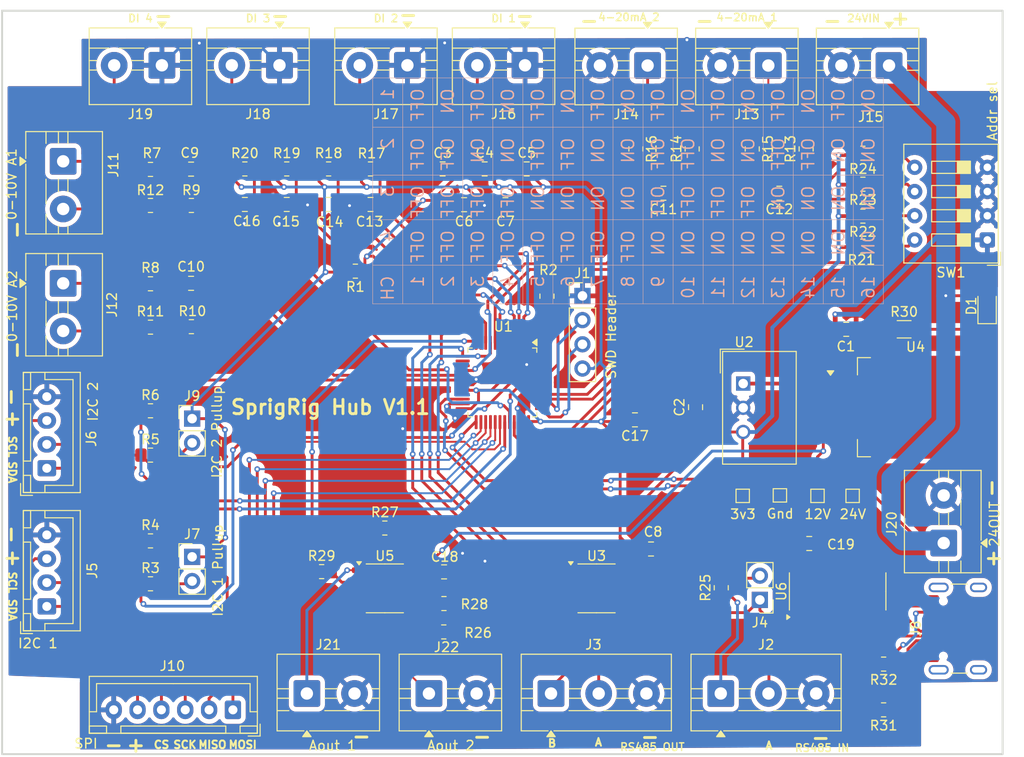
<source format=kicad_pcb>
(kicad_pcb (version 20241229) (generator "pcbnew") (generator_version "9.0")
  (layers (0 "F.Cu" signal) (2 "B.Cu" signal) (13 "F.Paste" user) (15 "B.Paste" user) (5 "F.SilkS" user "F.Silkscreen") (7 "B.SilkS" user "B.Silkscreen") (1 "F.Mask" user) (3 "B.Mask" user) (25 "Edge.Cuts" user))
  (net 0 "")
  (net 1 "/3V3 Rail")
  (net 2 "GND")
  (net 3 "Net-(U1-PG10)")
  (net 4 "Net-(C9-Pad2)")
  (net 5 "Net-(C10-Pad2)")
  (net 6 "Net-(C11-Pad1)")
  (net 7 "Net-(C12-Pad1)")
  (net 8 "Net-(J16-Pin_2)")
  (net 9 "Net-(J17-Pin_2)")
  (net 10 "Net-(J18-Pin_2)")
  (net 11 "Net-(J19-Pin_2)")
  (net 12 "Net-(J1-SWDIO)")
  (net 13 "Net-(J1-SWCLK)")
  (net 14 "Net-(J2-Pin_1)")
  (net 15 "Net-(J2-Pin_2)")
  (net 16 "Net-(J4-Pin_2)")
  (net 17 "Net-(J5-SDA)")
  (net 18 "Net-(J5-SCL)")
  (net 19 "Net-(J6-SDA)")
  (net 20 "Net-(J6-SCL)")
  (net 21 "Net-(J7-Pin_2)")
  (net 22 "Net-(J9-Pin_2)")
  (net 23 "Net-(J10-SCK)")
  (net 24 "Net-(J10-CS)")
  (net 25 "Net-(J10-MOSI)")
  (net 26 "Net-(J10-MISO)")
  (net 27 "Net-(J11-Gnd)")
  (net 28 "Net-(J11-Pin_1)")
  (net 29 "Net-(J12-Pin_1)")
  (net 30 "Net-(J12-Gnd)")
  (net 31 "Net-(J13-Pin_1)")
  (net 32 "Net-(J14-Pin_1)")
  (net 33 "Net-(U1-PB8)")
  (net 34 "Net-(U1-PB2)")
  (net 35 "Net-(U1-PB1)")
  (net 36 "Net-(U1-PA0)")
  (net 37 "Net-(U1-PB0)")
  (net 38 "Net-(U1-PA11)")
  (net 39 "Net-(U1-PA12)")
  (net 40 "Net-(U1-PA15)")
  (net 41 "Net-(U1-PB3)")
  (net 43 "Net-(U1-PA1)")
  (net 44 "Net-(J8-CC1)")
  (net 45 "Net-(U1-PA2)")
  (net 49 "Net-(J8-CC2)")
  (net 50 "Net-(U1-PA3)")
  (net 52 "12V")
  (net 53 "Net-(J21-Pin_1)")
  (net 54 "Net-(J22-Pin_1)")
  (net 55 "Net-(U1-PA5)")
  (net 57 "Net-(U1-PA4)")
  (net 59 "Net-(U5B-+)")
  (net 60 "Net-(U5B--)")
  (net 61 "Net-(U5A--)")
  (net 62 "Net-(D1-K)")
  (net 63 "/24V rail")
  (net 64 "Net-(U6-UD-)")
  (net 70 "Net-(U1-PB10)")
  (net 72 "Net-(U1-PB11)")
  (net 73 "Net-(U6-UD+)")
  (net 74 "Net-(U6-VCC)")
  (footprint "TerminalBlock:TerminalBlock_MaiXu_MX126-5.0-02P_1x02_P5.00mm" (layer "F.Cu") (at 91.55 68.95 -90)
    (property "Reference" "J12")
    (property "Value" "0-10V A2")
  )
  (footprint "TerminalBlock:TerminalBlock_MaiXu_MX126-5.0-02P_1x02_P5.00mm" (layer "F.Cu") (at 117.1 111.985)
    (property "Reference" "J21")
    (property "Value" "Aout 1")
  )
  (footprint "Resistor_SMD:R_0805_2012Metric_Pad1.20x1.40mm_HandSolder" (layer "F.Cu") (at 177.575 113.7 180)
    (property "Reference" "R31")
    (property "Value" "5.1k")
  )
  (footprint "Resistor_SMD:R_0805_2012Metric_Pad1.20x1.40mm_HandSolder" (layer "F.Cu") (at 131.475 102.55 180)
    (property "Reference" "R28")
    (property "Value" "20K")
  )
  (footprint "Capacitor_SMD:C_0805_2012Metric_Pad1.18x1.45mm_HandSolder" (layer "F.Cu") (at 137.921429 60.7)
    (property "Reference" "C7")
    (property "Value" "4.7uF")
  )
  (footprint "TerminalBlock:TerminalBlock_MaiXu_MX126-5.0-02P_1x02_P5.00mm" (layer "F.Cu") (at 183.875 96.2 90)
    (property "Reference" "J20")
    (property "Value" "24OUT")
  )
  (footprint "TerminalBlock:TerminalBlock_MaiXu_MX126-5.0-02P_1x02_P5.00mm" (layer "F.Cu") (at 114.23125 46.075 180)
    (property "Reference" "J18")
    (property "Value" "DI 3")
  )
  (footprint "Resistor_SMD:R_0805_2012Metric_Pad1.20x1.40mm_HandSolder" (layer "F.Cu") (at 100.705 100.475)
    (property "Reference" "R3")
    (property "Value" "4.7K")
  )
  (footprint "Connector_JST:JST_XH_B4B-XH-A_1x04_P2.50mm_Vertical" (layer "F.Cu") (at 89.835 102.85 90)
    (property "Reference" "J5")
    (property "Value" "I2C 1")
  )
  (footprint "Capacitor_SMD:C_0805_2012Metric_Pad1.18x1.45mm_HandSolder" (layer "F.Cu") (at 123.775 60.675 180)
    (property "Reference" "C13")
    (property "Value" "100nF")
  )
  (footprint "MountingHole:MountingHole_3.2mm_M3" (layer "F.Cu") (at 88.95 44.2)
    (property "Reference" "REF**" (hide yes))
    (property "Value" "MountingHole_3.2mm_M3" (hide yes))
  )
  (footprint "Converter_DCDC:Converter_DCDC_TRACO_TSR1-xxxxE_THT" (layer "F.Cu") (at 162.85 79.47)
    (property "Reference" "U2")
    (property "Value" "TSR1-2433E")
  )
  (footprint "Capacitor_SMD:C_0805_2012Metric_Pad1.18x1.45mm_HandSolder" (layer "F.Cu") (at 131.4875 99.225 180)
    (property "Reference" "C18")
    (property "Value" "100nF")
  )
  (footprint "Capacitor_SMD:C_0805_2012Metric_Pad1.18x1.45mm_HandSolder" (layer "F.Cu") (at 104.9625 56.97 180)
    (property "Reference" "C9")
    (property "Value" "100nF")
  )
  (footprint "Connector_JST:JST_XH_B6B-XH-A_1x06_P2.50mm_Vertical" (layer "F.Cu") (at 109.35 113.7 180)
    (property "Reference" "J10")
    (property "Value" "SPI ")
  )
  (footprint "TerminalBlock:TerminalBlock_MaiXu_MX126-5.0-02P_1x02_P5.00mm" (layer "F.Cu") (at 91.55 56.15 -90)
    (property "Reference" "J11")
    (property "Value" "0-10V A1")
  )
  (footprint "MountingHole:MountingHole_3.2mm_M3" (layer "F.Cu") (at 186.25 114.625)
    (property "Reference" "REF**" (hide yes))
    (property "Value" "MountingHole_3.2mm_M3" (hide yes))
  )
  (footprint "Resistor_SMD:R_0805_2012Metric_Pad1.20x1.40mm_HandSolder" (layer "F.Cu") (at 100.705 95.975)
    (property "Reference" "R4")
    (property "Value" "4.7K")
  )
  (footprint "Package_SO:SOIC-8_3.9x4.9mm_P1.27mm" (layer "F.Cu") (at 125.275 100.955)
    (property "Reference" "U5")
    (property "Value" "MCP6002-xSN")
  )
  (footprint "Capacitor_SMD:C_0805_2012Metric_Pad1.18x1.45mm_HandSolder" (layer "F.Cu") (at 169.775 96.25 180)
    (property "Reference" "C19")
    (property "Value" "100nF")
  )
  (footprint "TerminalBlock:TerminalBlock_MaiXu_MX126-5.0-02P_1x02_P5.00mm" (layer "F.Cu") (at 178.142857 46.1 180)
    (property "Reference" "J15")
    (property "Value" "24VIN")
  )
  (footprint "Package_SO:SOIC-16_3.9x9.9mm_P1.27mm" (layer "F.Cu") (at 172.755 101.275 90)
    (property "Reference" "U6")
    (property "Value" "CH340C")
  )
  (footprint "Resistor_SMD:R_0805_2012Metric_Pad1.20x1.40mm_HandSolder" (layer "F.Cu") (at 100.705 57 180)
    (property "Reference" "R7")
    (property "Value" "22K")
  )
  (footprint "Resistor_SMD:R_0805_2012Metric_Pad1.20x1.40mm_HandSolder" (layer "F.Cu") (at 104.9925 60.78 180)
    (property "Reference" "R9")
    (property "Value" "10K")
  )
  (footprint "Capacitor_SMD:C_0805_2012Metric_Pad1.18x1.45mm_HandSolder" (layer "F.Cu") (at 173.655 73.775)
    (property "Reference" "C1")
    (property "Value" "10uF")
  )
  (footprint "Resistor_SMD:R_0805_2012Metric_Pad1.20x1.40mm_HandSolder" (layer "F.Cu") (at 100.705 60.78)
    (property "Reference" "R12")
    (property "Value" "10K")
  )
  (footprint "Capacitor_SMD:C_0805_2012Metric_Pad1.18x1.45mm_HandSolder" (layer "F.Cu") (at 119.383333 60.675 180)
    (property "Reference" "C14")
    (property "Value" "100nF")
  )
  (footprint "Button_Switch_THT:SW_DIP_SPSTx04_Slide_9.78x12.34mm_W7.62mm_P2.54mm" (layer "F.Cu") (at 188.45 64.4 180)
    (property "Reference" "SW1")
    (property "Value" "Addr sel")
  )
  (footprint "TerminalBlock:TerminalBlock_MaiXu_MX126-5.0-02P_1x02_P5.00mm" (layer "F.Cu") (at 165.485714 46.1 180)
    (property "Reference" "J13")
    (property "Value" "4-20mA 1")
  )
  (footprint "Resistor_SMD:R_0805_2012Metric_Pad1.20x1.40mm_HandSolder" (layer "F.Cu") (at 163.8 54.85 -90)
    (property "Reference" "R15")
    (property "Value" "10K")
  )
  (footprint "Resistor_SMD:R_0805_2012Metric_Pad1.20x1.40mm_HandSolder" (layer "F.Cu") (at 175.4 61.9 180)
    (property "Reference" "R22")
    (property "Value" "10k")
  )
  (footprint "Connector_PinHeader_2.54mm:PinHeader_1x04_P2.54mm_Vertical" (layer "F.Cu") (at 146 70.27)
    (property "Reference" "J1")
    (property "Value" "SWD Header")
  )
  (footprint "Resistor_SMD:R_0805_2012Metric_Pad1.20x1.40mm_HandSolder" (layer "F.Cu") (at 177.575 108.9 180)
    (property "Reference" "R32")
    (property "Value" "5.1k")
  )
  (footprint "TestPoint:TestPoint_Pad_1.0x1.0mm" (layer "F.Cu") (at 170.641667 91.25)
    (property "Reference" "REF**" (hide yes))
    (property "Value" "12V")
  )
  (footprint "TerminalBlock:TerminalBlock_MaiXu_MX126-5.0-02P_1x02_P5.00mm" (layer "F.Cu") (at 127.64375 46.075 180)
    (property "Reference" "J17")
    (property "Value" "DI 2")
  )
  (footprint "Resistor_SMD:R_0805_2012Metric_Pad1.20x1.40mm_HandSolder" (layer "F.Cu") (at 125.275 94.625)
    (property "Reference" "R27")
    (property "Value" "20K")
  )
  (footprint "Capacitor_SMD:C_0805_2012Metric_Pad1.18x1.45mm_HandSolder" (layer "F.Cu") (at 131.3375 56.95)
    (property "Reference" "C3")
    (property "Value" "100nF")
  )
  (footprint "Capacitor_SMD:C_0805_2012Metric_Pad1.18x1.45mm_HandSolder" (layer "F.Cu") (at 153.1875 96.825 180)
    (property "Reference" "C8")
    (property "Value" "100nF")
  )
  (footprint "MountingHole:MountingHole_3.2mm_M3" (layer "F.Cu") (at 186.25 44.125)
    (property "Reference" "REF**" (hide yes))
    (property "Value" "MountingHole_3.2mm_M3" (hide yes))
  )
  (footprint "TerminalBlock:TerminalBlock_MaiXu_MX126-5.0-03P_1x03_P5.00mm" (layer "F.Cu") (at 160.5 111.985)
    (property "Reference" "J2")
    (property "Value" "RS485 IN")
  )
  (footprint "TerminalBlock:TerminalBlock_MaiXu_MX126-5.0-02P_1x02_P5.00mm" (layer "F.Cu") (at 139.975 46.075 180)
    (property "Reference" "J16")
    (property "Value" "DI 1")
  )
  (footprint "Connector_PinHeader_2.54mm:PinHeader_1x02_P2.54mm_Vertical" (layer "F.Cu") (at 105.0725 83.15)
    (property "Reference" "J9")
    (property "Value" "I2C 2 Pullup")
  )
  (footprint "LED_SMD:LED_0805_2012Metric_Pad1.15x1.40mm_HandSolder" (layer "F.Cu") (at 188.425 71.325 90)
    (property "Reference" "D1")
    (property "Value" "PowerLED")
  )
  (footprint "Resistor_SMD:R_0805_2012Metric_Pad1.20x1.40mm_HandSolder" (layer "F.Cu") (at 175.4 55.3 180)
    (property "Reference" "R24")
    (property "Value" "10k")
  )
  (footprint "Capacitor_SMD:C_0805_2012Metric_Pad1.18x1.45mm_HandSolder" (layer "F.Cu") (at 104.9625 68.95 180)
    (property "Reference" "C10")
    (property "Value" "100nF")
  )
  (footprint "Capacitor_SMD:C_0805_2012Metric_Pad1.18x1.45mm_HandSolder" (layer "F.Cu") (at 151.5 83.275 180)
    (property "Reference" "C17")
    (property "Value" "100nF")
  )
  (footprint "Resistor_SMD:R_0805_2012Metric_Pad1.20x1.40mm_HandSolder" (layer "F.Cu") (at 119.383333 56.95)
    (property "Reference" "R18")
    (property "Value" "10K")
  )
  (footprint "Capacitor_SMD:C_0805_2012Metric_Pad1.18x1.45mm_HandSolder" (layer "F.Cu") (at 114.991667 60.675 180)
    (property "Reference" "C15")
    (property "Value" "100nF")
  )
  (footprint "Capacitor_SMD:C_0805_2012Metric_Pad1.18x1.45mm_HandSolder" (layer "F.Cu") (at 135.745833 56.95)
    (property "Reference" "C4")
    (property "Value" "100nF")
  )
  (footprint "Resistor_SMD:R_0805_2012Metric_Pad1.20x1.40mm_HandSolder" (layer "F.Cu") (at 169.45 54.85 90)
    (property "Reference" "R13")
    (property "Value" "150R")
  )
  (footprint "Resistor_SMD:R_0805_2012Metric_Pad1.20x1.40mm_HandSolder" (layer "F.Cu") (at 175.4 58.55 180)
    (property "Reference" "R23")
    (property "Value" "10k")
  )
  (footprint "Resistor_SMD:R_0805_2012Metric_Pad1.20x1.40mm_HandSolder" (layer "F.Cu") (at 100.705 73.55)
    (property "Reference" "R11")
    (property "Value" "10K")
  )
  (footprint "Package_SO:SOIC-8_3.9x4.9mm_P1.27mm" (layer "F.Cu") (at 147.475 100.955)
    (property "Reference" "U3")
    (property "Value" "MAX485E")
  )
  (footprint "TerminalBlock:TerminalBlock_MaiXu_MX126-5.0-03P_1x03_P5.00mm" (layer "F.Cu") (at 142.7 111.985)
    (property "Reference" "J3")
    (property "Value" "RS485 OUT")
  )
  (footprint "Resistor_SMD:R_0805_2012Metric_Pad1.20x1.40mm_HandSolder" (layer "F.Cu") (at 100.705 86.975)
    (property "Reference" "R5")
    (property "Value" "4.7K")
  )
  (footprint "Connector_PinHeader_2.54mm:PinHeader_1x02_P2.54mm_Vertical" (layer "F.Cu") (at 105.0725 97.65)
    (property "Reference" "J7")
    (property "Value" "I2C 1 Pullup")
  )
  (footprint "Resistor_SMD:R_0805_2012Metric_Pad1.20x1.40mm_HandSolder" (layer "F.Cu") (at 123.775 56.95)
    (property "Reference" "R17")
    (property "Value" "10K")
  )
  (footprint "Resistor_SMD:R_0805_2012Metric_Pad1.20x1.40mm_HandSolder" (layer "F.Cu") (at 122.1875 67.675 180)
    (property "Reference" "R1")
    (property "Value" "10K")
  )
  (footprint "Connector_USB:USB_C_Receptacle_GCT_USB4105-xx-A_16P_TopMnt_Horizontal" (layer "F.Cu") (at 186.45 105.18 90)
    (property "Reference" "J8")
    (property "Value" "USB_C")
  )
  (footprint "Resistor_SMD:R_0805_2012Metric_Pad1.20x1.40mm_HandSolder" (layer "F.Cu") (at 118.65 99.2)
    (property "Reference" "R29")
    (property "Value" "10K")
  )
  (footprint "Capacitor_SMD:C_0805_2012Metric_Pad1.18x1.45mm_HandSolder" (layer "F.Cu") (at 166.6375 59.5 180)
    (property "Reference" "C12")
    (property "Value" "100nF")
  )
  (footprint "Resistor_SMD:R_0805_2012Metric_Pad1.20x1.40mm_HandSolder" (layer "F.Cu") (at 157.5 54.85 90)
    (property "Reference" "R14")
    (property "Value" "150R")
  )
  (footprint "Capacitor_SMD:C_0805_2012Metric_Pad1.18x1.45mm_HandSolder" (layer "F.Cu") (at 154.4875 59.5 180)
    (property "Reference" "C11")
    (property "Value" "100nF")
  )
  (footprint "TestPoint:TestPoint_Pad_1.0x1.0mm" (layer "F.Cu") (at 162.8 91.25)
    (property "Reference" "REF**" (hide yes))
    (property "Value" "3v3")
  )
  (footprint "Connector_JST:JST_XH_B4B-XH-A_1x04_P2.50mm_Vertical" (layer "F.Cu") (at 89.835 88.35 90)
    (property "Reference" "J6")
    (property "Value" "I2C 2")
  )
  (footprint "TerminalBlock:TerminalBlock_MaiXu_MX126-5.0-02P_1x02_P5.00mm" (layer "F.Cu") (at 129.9 111.985)
    (property "Reference" "J22")
    (property "Value" "Aout 2")
  )
  (footprint "Connector_PinHeader_2.54mm:PinHeader_1x02_P2.54mm_Vertical" (layer "F.Cu") (at 164.6 102.165 180)
    (property "Reference" "J4")
    (property "Value" "term res")
  )
  (footprint "TestPoint:TestPoint_Pad_1.0x1.0mm" (layer "F.Cu") (at 174.325 91.25)
    (property "Reference" "REF**" (hide yes))
    (property "Value" "24V")
  )
  (footprint "TerminalBlock:TerminalBlock_MaiXu_MX126-5.0-02P_1x02_P5.00mm" (layer "F.Cu") (at 152.828571 46.1 180)
    (property "Reference" "J14")
    (property "Value" "4-20mA 2")
  )
  (footprint "Capacitor_SMD:C_0805_2012Metric_Pad1.18x1.45mm_HandSolder" (layer "F.Cu") (at 133.5875 60.7)
    (property "Reference" "C6")
    (property "Value" "10nF")
  )
  (footprint "MountingHole:MountingHole_3.2mm_M3" (layer "F.Cu") (at 88.95 114.55)
    (property "Reference" "REF**" (hide yes))
    (property "Value" "MountingHole_3.2mm_M3" (hide yes))
  )
  (footprint "Resistor_SMD:R_1206_3216Metric_Pad1.30x1.75mm_HandSolder" (layer "F.Cu") (at 179.725 73.775)
    (property "Reference" "R30")
    (property "Value" "2.2k")
  )
  (footprint "Package_TO_SOT_SMD:TO-263-3_TabPin2" (layer "F.Cu") (at 179.655 81.9475)
    (property "Reference" "U4")
    (property "Value" "LM7812_TO220")
  )
  (footprint "TestPoint:TestPoint_Pad_1.0x1.0mm" (layer "F.Cu") (at 166.7 91.2)
    (property "Reference" "REF**" (hide yes))
    (property "Value" "Gnd")
  )
  (footprint "Resistor_SMD:R_0805_2012Metric_Pad1.20x1.40mm_HandSolder" (layer "F.Cu") (at 142.275 70.3 90)
    (property "Reference" "R2")
    (property "Value" "10K")
  )
  (footprint "Resistor_SMD:R_0805_2012Metric_Pad1.20x1.40mm_HandSolder" (layer "F.Cu") (at 175.4 65.05 180)
    (property "Reference" "R21")
    (property "Value" "10k")
  )
  (footprint "Resistor_SMD:R_0805_2012Metric_Pad1.20x1.40mm_HandSolder" (layer "F.Cu") (at 160.55 100.89 90)
    (property "Reference" "R25")
    (property "Value" "120R")
  )
  (footprint "Capacitor_SMD:C_0805_2012Metric_Pad1.18x1.45mm_HandSolder" (layer "F.Cu") (at 110.6 60.675 180)
    (property "Reference" "C16")
    (property "Value" "100nF")
  )
  (footprint "Capacitor_SMD:C_0805_2012Metric_Pad1.18x1.45mm_HandSolder" (layer "F.Cu") (at 140.154167 56.95)
    (property "Reference" "C5")
    (property "Value" "100nF")
  )
  (footprint "Resistor_SMD:R_0805_2012Metric_Pad1.20x1.40mm_HandSolder" (layer "F.Cu") (at 114.991667 56.95)
    (property "Reference" "R19")
    (property "Value" "10K")
  )
  (footprint "Resistor_SMD:R_0805_2012Metric_Pad1.20x1.40mm_HandSolder" (layer "F.Cu") (at 104.9925 73.5 180)
    (property "Reference" "R10")
    (property "Value" "10K")
  )
  (footprint "Resistor_SMD:R_0805_2012Metric_Pad1.20x1.40mm_HandSolder" (layer "F.Cu") (at 100.705 82.325)
    (property "Reference" "R6")
    (property "Value" "4.7K")
  )
  (footprint "Resistor_SMD:R_0805_2012Metric_Pad1.20x1.40mm_HandSolder" (layer "F.Cu") (at 100.705 69 180)
    (property "Reference" "R8")
    (property "Value" "22K")
  )
  (footprint "Resistor_SMD:R_0805_2012Metric_Pad1.20x1.40mm_HandSolder" (layer "F.Cu") (at 131.4575 105.525 180)
    (property "Reference" "R26")
    (property "Value" "10K")
  )
  (footprint "Capacitor_SMD:C_0805_2012Metric_Pad1.18x1.45mm_HandSolder" (layer "F.Cu") (at 157.855 81.9475 90)
    (property "Reference" "C2")
    (property "Value" "10uF")
  )
  (footprint "TerminalBlock:TerminalBlock_MaiXu_MX126-5.0-02P_1x02_P5.00mm" (layer "F.Cu") (at 101.9 46.075 180)
    (property "Reference" "J19")
    (property "Value" "DI 4")
  )
  (footprint "Package_QFP:LQFP-48_7x7mm_P0.5mm" (layer "F.Cu") (at 137.6 79.35 -90)
    (property "Reference" "U1")
    (property "Value" "STM32G431CBTx")
  )
  (footprint "Resistor_SMD:R_0805_2012Metric_Pad1.20x1.40mm_HandSolder" (layer "F.Cu") (at 151.6 54.85 -90)
    (property "Reference" "R16")
    (property "Value" "10K")
  )
  (footprint "Resistor_SMD:R_0805_2012Metric_Pad1.20x1.40mm_HandSolder" (layer "F.Cu") (at 110.6 56.95)
    (property "Reference" "R20")
    (property "Value" "10K")
  )
  (gr_rect (start 85.15 40.35) (end 190.05 118.35) (stroke (width 0.2)) (fill no) (layer "Edge.Cuts"))
  (gr_text "-" (at 95.725 118.24 0) (layer "F.SilkS") (effects (font (size 1.5 1.5) (thickness 0.3) (bold yes)) (justify left bottom)))
  (gr_text "-" (at 85.335 94.175 270) (layer "F.SilkS") (effects (font (size 1.5 1.5) (thickness 0.3) (bold yes)) (justify left bottom)))
  (gr_text "-" (at 100.925 41.725 0) (layer "F.SilkS") (effects (font (size 1.5 1.5) (thickness 0.3) (bold yes)) (justify left bottom)))
  (gr_text "+" (at 85.102429 98.575 0) (layer "F.SilkS") (effects (font (size 1.5 1.5) (thickness 0.3) (bold yes)) (justify left bottom)))
  (gr_text "-" (at 134.35 117.35 0) (layer "F.SilkS") (effects (font (size 1.5 1.5) (thickness 0.3) (bold yes)) (justify left bottom)))
  (gr_text "SCL" (at 85.75 99.1 270) (layer "F.SilkS") (effects (font (size 0.8 0.8) (thickness 0.2) (bold yes)) (justify left bottom)))
  (gr_text "-" (at 121.7 117.325 0) (layer "F.SilkS") (effects (font (size 1.5 1.5) (thickness 0.3) (bold yes)) (justify left bottom)))
  (gr_text "SDA" (at 85.75 87.525 270) (layer "F.SilkS") (effects (font (size 0.8 0.8) (thickness 0.2) (bold yes)) (justify left bottom)))
  (gr_text "-" (at 145.575 42.25 0) (layer "F.SilkS") (effects (font (size 1.5 1.5) (thickness 0.3) (bold yes)) (justify left bottom)))
  (gr_text "+" (at 85.102429 83.975 0) (layer "F.SilkS") (effects (font (size 1.5 1.5) (thickness 0.3) (bold yes)) (justify left bottom)))
  (gr_text "SprigRig Hub V1.1" (at 108.975 82.825 0) (layer "F.SilkS") (effects (font (size 1.5 1.5) (thickness 0.3) (bold yes)) (justify left bottom)))
  (gr_text "-" (at 85.975 74.825 270) (layer "F.SilkS") (effects (font (size 1.5 1.5) (thickness 0.3) (bold yes)) (justify left bottom)))
  (gr_text "-" (at 138.825 41.725 0) (layer "F.SilkS") (effects (font (size 1.5 1.5) (thickness 0.3) (bold yes)) (justify left bottom)))
  (gr_text "-" (at 85.335 79.75 270) (layer "F.SilkS") (effects (font (size 1.5 1.5) (thickness 0.3) (bold yes)) (justify left bottom)))
  (gr_text "B" (at 142.275 117.675 0) (layer "F.SilkS") (effects (font (size 0.8 0.8) (thickness 0.2) (bold yes)) (justify left bottom)))
  (gr_text "A" (at 165.075 117.925 0) (layer "F.SilkS") (effects (font (size 0.8 0.8) (thickness 0.2) (bold yes)) (justify left bottom)))
  (gr_text "+" (at 98.05 118.24 0) (layer "F.SilkS") (effects (font (size 1.5 1.5) (thickness 0.3) (bold yes)) (justify left bottom)))
  (gr_text "-" (at 157.675 42.25 0) (layer "F.SilkS") (effects (font (size 1.5 1.5) (thickness 0.3) (bold yes)) (justify left bottom)))
  (gr_text "-" (at 171.075 42.25 0) (layer "F.SilkS") (effects (font (size 1.5 1.5) (thickness 0.3) (bold yes)) (justify left bottom)))
  (gr_text "+" (at 178.2 42 0) (layer "F.SilkS") (effects (font (size 1.5 1.5) (thickness 0.3) (bold yes)) (justify left bottom)))
  (gr_text "SDA" (at 85.75 101.975 270) (layer "F.SilkS") (effects (font (size 0.8 0.8) (thickness 0.2) (bold yes)) (justify left bottom)))
  (gr_text "SCK\n" (at 103 117.825 0) (layer "F.SilkS") (effects (font (size 0.8 0.8) (thickness 0.2) (bold yes)) (justify left bottom)))
  (gr_text "-" (at 126.6 41.625 0) (layer "F.SilkS") (effects (font (size 1.5 1.5) (thickness 0.3) (bold yes)) (justify left bottom)))
  (gr_text "-" (at 188.175 89.3 270) (layer "F.SilkS") (effects (font (size 1.5 1.5) (thickness 0.3) (bold yes)) (justify left bottom)))
  (gr_text "-" (at 169.85 117.475 0) (layer "F.SilkS") (effects (font (size 1.5 1.5) (thickness 0.3) (bold yes)) (justify left bottom)))
  (gr_text "MISO\n" (at 105.625 117.825 0) (layer "F.SilkS") (effects (font (size 0.8 0.8) (thickness 0.2) (bold yes)) (justify left bottom)))
  (gr_text "-" (at 113.175 41.725 0) (layer "F.SilkS") (effects (font (size 1.5 1.5) (thickness 0.3) (bold yes)) (justify left bottom)))
  (gr_text "-" (at 85.975 62.2 270) (layer "F.SilkS") (effects (font (size 1.5 1.5) (thickness 0.3) (bold yes)) (justify left bottom)))
  (gr_text "+" (at 188 98.6 0) (layer "F.SilkS") (effects (font (size 1.5 1.5) (thickness 0.3) (bold yes)) (justify left bottom)))
  (gr_text "CS" (at 100.95 117.825 0) (layer "F.SilkS") (effects (font (size 0.8 0.8) (thickness 0.2) (bold yes)) (justify left bottom)))
  (gr_text "SCL" (at 85.75 84.85 270) (layer "F.SilkS") (effects (font (size 0.8 0.8) (thickness 0.2) (bold yes)) (justify left bottom)))
  (gr_text "-" (at 151.95 117.375 0) (layer "F.SilkS") (effects (font (size 1.5 1.5) (thickness 0.3) (bold yes)) (justify left bottom)))
  (gr_text "A" (at 147.2 117.575 0) (layer "F.SilkS") (effects (font (size 0.8 0.8) (thickness 0.2) (bold yes)) (justify left bottom)))
  (gr_text "MOSI" (at 108.8 117.825 0) (layer "F.SilkS") (effects (font (size 0.8 0.8) (thickness 0.2) (bold yes)) (justify left bottom)))
  (table (column_count 5) (layer "B.SilkS") (border (external yes) (header yes) (stroke (width 0.05))) (separators (rows yes) (cols yes) (stroke (width 0.05))) (column_widths 4.05 4.775 4.675 5.025 5.175) (row_heights 3.15 3.15 3.15 3.15 3.15 3.15 3.15 3.15 3.15 3.15 3.15 3.15 3.15 3.15 3.15 3.15 3.15) (cells (table_cell "CH" (start 124 71.1) (end 127.15 67.05) (margins 1.0025 1.0025 1.0025 1.0025) (span 1 1) (angle 90) (layer "B.SilkS") (effects (font (size 1.27 1.27)) (justify left mirror))) (table_cell "4" (start 124 67.05) (end 127.15 62.275) (margins 1.0025 1.0025 1.0025 1.0025) (span 1 1) (angle 90) (layer "B.SilkS") (effects (font (size 1.27 1.27)) (justify left mirror))) (table_cell "3" (start 124 62.275) (end 127.15 57.6) (margins 1.0025 1.0025 1.0025 1.0025) (span 1 1) (angle 90) (layer "B.SilkS") (effects (font (size 1.27 1.27)) (justify left mirror))) (table_cell "2" (start 124 57.6) (end 127.15 52.575) (margins 1.0025 1.0025 1.0025 1.0025) (span 1 1) (angle 90) (layer "B.SilkS") (effects (font (size 1.27 1.27)) (justify left mirror))) (table_cell "1" (start 124 52.575) (end 127.15 47.4) (margins 1.0025 1.0025 1.0025 1.0025) (span 1 1) (angle 90) (layer "B.SilkS") (effects (font (size 1.27 1.27)) (justify left mirror))) (table_cell "1" (start 127.15 71.1) (end 130.3 67.05) (margins 1.0025 1.0025 1.0025 1.0025) (span 1 1) (angle 90) (layer "B.SilkS") (effects (font (size 1.27 1.27)) (justify left mirror))) (table_cell "OFF" (start 127.15 67.05) (end 130.3 62.275) (margins 1.0025 1.0025 1.0025 1.0025) (span 1 1) (angle 90) (layer "B.SilkS") (effects (font (size 1.27 1.27)) (justify left mirror))) (table_cell "OFF" (start 127.15 62.275) (end 130.3 57.6) (margins 1.0025 1.0025 1.0025 1.0025) (span 1 1) (angle 90) (layer "B.SilkS") (effects (font (size 1.27 1.27)) (justify left mirror))) (table_cell "OFF" (start 127.15 57.6) (end 130.3 52.575) (margins 1.0025 1.0025 1.0025 1.0025) (span 1 1) (angle 90) (layer "B.SilkS") (effects (font (size 1.27 1.27)) (justify left mirror))) (table_cell "OFF" (start 127.15 52.575) (end 130.3 47.4) (margins 1.0025 1.0025 1.0025 1.0025) (span 1 1) (angle 90) (layer "B.SilkS") (effects (font (size 1.27 1.27)) (justify left mirror))) (table_cell "2" (start 130.3 71.1) (end 133.45 67.05) (margins 1.0025 1.0025 1.0025 1.0025) (span 1 1) (angle 90) (layer "B.SilkS") (effects (font (size 1.27 1.27)) (justify left mirror))) (table_cell "OFF" (start 130.3 67.05) (end 133.45 62.275) (margins 1.0025 1.0025 1.0025 1.0025) (span 1 1) (angle 90) (layer "B.SilkS") (effects (font (size 1.27 1.27)) (justify left mirror))) (table_cell "OFF" (start 130.3 62.275) (end 133.45 57.6) (margins 1.0025 1.0025 1.0025 1.0025) (span 1 1) (angle 90) (layer "B.SilkS") (effects (font (size 1.27 1.27)) (justify left mirror))) (table_cell "OFF" (start 130.3 57.6) (end 133.45 52.575) (margins 1.0025 1.0025 1.0025 1.0025) (span 1 1) (angle 90) (layer "B.SilkS") (effects (font (size 1.27 1.27)) (justify left mirror))) (table_cell "ON " (start 130.3 52.575) (end 133.45 47.4) (margins 1.0025 1.0025 1.0025 1.0025) (span 1 1) (angle 90) (layer "B.SilkS") (effects (font (size 1.27 1.27)) (justify left mirror))) (table_cell "3" (start 133.45 71.1) (end 136.6 67.05) (margins 1.0025 1.0025 1.0025 1.0025) (span 1 1) (angle 90) (layer "B.SilkS") (effects (font (size 1.27 1.27)) (justify left mirror))) (table_cell "OFF" (start 133.45 67.05) (end 136.6 62.275) (margins 1.0025 1.0025 1.0025 1.0025) (span 1 1) (angle 90) (layer "B.SilkS") (effects (font (size 1.27 1.27)) (justify left mirror))) (table_cell "OFF" (start 133.45 62.275) (end 136.6 57.6) (margins 1.0025 1.0025 1.0025 1.0025) (span 1 1) (angle 90) (layer "B.SilkS") (effects (font (size 1.27 1.27)) (justify left mirror))) (table_cell "ON" (start 133.45 57.6) (end 136.6 52.575) (margins 1.0025 1.0025 1.0025 1.0025) (span 1 1) (angle 90) (layer "B.SilkS") (effects (font (size 1.27 1.27)) (justify left mirror))) (table_cell "OFF" (start 133.45 52.575) (end 136.6 47.4) (margins 1.0025 1.0025 1.0025 1.0025) (span 1 1) (angle 90) (layer "B.SilkS") (effects (font (size 1.27 1.27)) (justify left mirror))) (table_cell "4" (start 136.6 71.1) (end 139.75 67.05) (margins 1.0025 1.0025 1.0025 1.0025) (span 1 1) (angle 90) (layer "B.SilkS") (effects (font (size 1.27 1.27)) (justify left mirror))) (table_cell "OFF" (start 136.6 67.05) (end 139.75 62.275) (margins 1.0025 1.0025 1.0025 1.0025) (span 1 1) (angle 90) (layer "B.SilkS") (effects (font (size 1.27 1.27)) (justify left mirror))) (table_cell "OFF" (start 136.6 62.275) (end 139.75 57.6) (margins 1.0025 1.0025 1.0025 1.0025) (span 1 1) (angle 90) (layer "B.SilkS") (effects (font (size 1.27 1.27)) (justify left mirror))) (table_cell "ON " (start 136.6 57.6) (end 139.75 52.575) (margins 1.0025 1.0025 1.0025 1.0025) (span 1 1) (angle 90) (layer "B.SilkS") (effects (font (size 1.27 1.27)) (justify left mirror))) (table_cell "ON" (start 136.6 52.575) (end 139.75 47.4) (margins 1.0025 1.0025 1.0025 1.0025) (span 1 1) (angle 90) (layer "B.SilkS") (effects (font (size 1.27 1.27)) (justify left mirror))) (table_cell "5" (start 139.75 71.1) (end 142.9 67.05) (margins 1.0025 1.0025 1.0025 1.0025) (span 1 1) (angle 90) (layer "B.SilkS") (effects (font (size 1.27 1.27)) (justify left mirror))) (table_cell "OFF" (start 139.75 67.05) (end 142.9 62.275) (margins 1.0025 1.0025 1.0025 1.0025) (span 1 1) (angle 90) (layer "B.SilkS") (effects (font (size 1.27 1.27)) (justify left mirror))) (table_cell "ON" (start 139.75 62.275) (end 142.9 57.6) (margins 1.0025 1.0025 1.0025 1.0025) (span 1 1) (angle 90) (layer "B.SilkS") (effects (font (size 1.27 1.27)) (justify left mirror))) (table_cell "OFF" (start 139.75 57.6) (end 142.9 52.575) (margins 1.0025 1.0025 1.0025 1.0025) (span 1 1) (angle 90) (layer "B.SilkS") (effects (font (size 1.27 1.27)) (justify left mirror))) (table_cell "OFF" (start 139.75 52.575) (end 142.9 47.4) (margins 1.0025 1.0025 1.0025 1.0025) (span 1 1) (angle 90) (layer "B.SilkS") (effects (font (size 1.27 1.27)) (justify left mirror))) (table_cell "6" (start 142.9 71.1) (end 146.05 67.05) (margins 1.0025 1.0025 1.0025 1.0025) (span 1 1) (angle 90) (layer "B.SilkS") (effects (font (size 1.27 1.27)) (justify left mirror))) (table_cell "OFF" (start 142.9 67.05) (end 146.05 62.275) (margins 1.0025 1.0025 1.0025 1.0025) (span 1 1) (angle 90) (layer "B.SilkS") (effects (font (size 1.27 1.27)) (justify left mirror))) (table_cell "ON" (start 142.9 62.275) (end 146.05 57.6) (margins 1.0025 1.0025 1.0025 1.0025) (span 1 1) (angle 90) (layer "B.SilkS") (effects (font (size 1.27 1.27)) (justify left mirror))) (table_cell "OFF" (start 142.9 57.6) (end 146.05 52.575) (margins 1.0025 1.0025 1.0025 1.0025) (span 1 1) (angle 90) (layer "B.SilkS") (effects (font (size 1.27 1.27)) (justify left mirror))) (table_cell "ON" (start 142.9 52.575) (end 146.05 47.4) (margins 1.0025 1.0025 1.0025 1.0025) (span 1 1) (angle 90) (layer "B.SilkS") (effects (font (size 1.27 1.27)) (justify left mirror))) (table_cell "7" (start 146.05 71.1) (end 149.2 67.05) (margins 1.0025 1.0025 1.0025 1.0025) (span 1 1) (angle 90) (layer "B.SilkS") (effects (font (size 1.27 1.27)) (justify left mirror))) (table_cell "OFF" (start 146.05 67.05) (end 149.2 62.275) (margins 1.0025 1.0025 1.0025 1.0025) (span 1 1) (angle 90) (layer "B.SilkS") (effects (font (size 1.27 1.27)) (justify left mirror))) (table_cell "ON" (start 146.05 62.275) (end 149.2 57.6) (margins 1.0025 1.0025 1.0025 1.0025) (span 1 1) (angle 90) (layer "B.SilkS") (effects (font (size 1.27 1.27)) (justify left mirror))) (table_cell "ON" (start 146.05 57.6) (end 149.2 52.575) (margins 1.0025 1.0025 1.0025 1.0025) (span 1 1) (angle 90) (layer "B.SilkS") (effects (font (size 1.27 1.27)) (justify left mirror))) (table_cell "OFF" (start 146.05 52.575) (end 149.2 47.4) (margins 1.0025 1.0025 1.0025 1.0025) (span 1 1) (angle 90) (layer "B.SilkS") (effects (font (size 1.27 1.27)) (justify left mirror))) (table_cell "8" (start 149.2 71.1) (end 152.35 67.05) (margins 1.0025 1.0025 1.0025 1.0025) (span 1 1) (angle 90) (layer "B.SilkS") (effects (font (size 1.27 1.27)) (justify left mirror))) (table_cell "OFF" (start 149.2 67.05) (end 152.35 62.275) (margins 1.0025 1.0025 1.0025 1.0025) (span 1 1) (angle 90) (layer "B.SilkS") (effects (font (size 1.27 1.27)) (justify left mirror))) (table_cell "ON" (start 149.2 62.275) (end 152.35 57.6) (margins 1.0025 1.0025 1.0025 1.0025) (span 1 1) (angle 90) (layer "B.SilkS") (effects (font (size 1.27 1.27)) (justify left mirror))) (table_cell "ON" (start 149.2 57.6) (end 152.35 52.575) (margins 1.0025 1.0025 1.0025 1.0025) (span 1 1) (angle 90) (layer "B.SilkS") (effects (font (size 1.27 1.27)) (justify left mirror))) (table_cell "ON" (start 149.2 52.575) (end 152.35 47.4) (margins 1.0025 1.0025 1.0025 1.0025) (span 1 1) (angle 90) (layer "B.SilkS") (effects (font (size 1.27 1.27)) (justify left mirror))) (table_cell "9" (start 152.35 71.1) (end 155.5 67.05) (margins 1.0025 1.0025 1.0025 1.0025) (span 1 1) (angle 90) (layer "B.SilkS") (effects (font (size 1.27 1.27)) (justify left mirror))) (table_cell "ON" (start 152.35 67.05) (end 155.5 62.275) (margins 1.0025 1.0025 1.0025 1.0025) (span 1 1) (angle 90) (layer "B.SilkS") (effects (font (size 1.27 1.27)) (justify left mirror))) (table_cell "OFF" (start 152.35 62.275) (end 155.5 57.6) (margins 1.0025 1.0025 1.0025 1.0025) (span 1 1) (angle 90) (layer "B.SilkS") (effects (font (size 1.27 1.27)) (justify left mirror))) (table_cell "OFF" (start 152.35 57.6) (end 155.5 52.575) (margins 1.0025 1.0025 1.0025 1.0025) (span 1 1) (angle 90) (layer "B.SilkS") (effects (font (size 1.27 1.27)) (justify left mirror))) (table_cell "OFF" (start 152.35 52.575) (end 155.5 47.4) (margins 1.0025 1.0025 1.0025 1.0025) (span 1 1) (angle 90) (layer "B.SilkS") (effects (font (size 1.27 1.27)) (justify left mirror))) (table_cell "10" (start 155.5 71.1) (end 158.65 67.05) (margins 1.0025 1.0025 1.0025 1.0025) (span 1 1) (angle 90) (layer "B.SilkS") (effects (font (size 1.27 1.27)) (justify left mirror))) (table_cell "ON" (start 155.5 67.05) (end 158.65 62.275) (margins 1.0025 1.0025 1.0025 1.0025) (span 1 1) (angle 90) (layer "B.SilkS") (effects (font (size 1.27 1.27)) (justify left mirror))) (table_cell "OFF" (start 155.5 62.275) (end 158.65 57.6) (margins 1.0025 1.0025 1.0025 1.0025) (span 1 1) (angle 90) (layer "B.SilkS") (effects (font (size 1.27 1.27)) (justify left mirror))) (table_cell "OFF" (start 155.5 57.6) (end 158.65 52.575) (margins 1.0025 1.0025 1.0025 1.0025) (span 1 1) (angle 90) (layer "B.SilkS") (effects (font (size 1.27 1.27)) (justify left mirror))) (table_cell "ON" (start 155.5 52.575) (end 158.65 47.4) (margins 1.0025 1.0025 1.0025 1.0025) (span 1 1) (angle 90) (layer "B.SilkS") (effects (font (size 1.27 1.27)) (justify left mirror))) (table_cell "11" (start 158.65 71.1) (end 161.8 67.05) (margins 1.0025 1.0025 1.0025 1.0025) (span 1 1) (angle 90) (layer "B.SilkS") (effects (font (size 1.27 1.27)) (justify left mirror))) (table_cell "ON" (start 158.65 67.05) (end 161.8 62.275) (margins 1.0025 1.0025 1.0025 1.0025) (span 1 1) (angle 90) (layer "B.SilkS") (effects (font (size 1.27 1.27)) (justify left mirror))) (table_cell "OFF" (start 158.65 62.275) (end 161.8 57.6) (margins 1.0025 1.0025 1.0025 1.0025) (span 1 1) (angle 90) (layer "B.SilkS") (effects (font (size 1.27 1.27)) (justify left mirror))) (table_cell "ON" (start 158.65 57.6) (end 161.8 52.575) (margins 1.0025 1.0025 1.0025 1.0025) (span 1 1) (angle 90) (layer "B.SilkS") (effects (font (size 1.27 1.27)) (justify left mirror))) (table_cell "OFF" (start 158.65 52.575) (end 161.8 47.4) (margins 1.0025 1.0025 1.0025 1.0025) (span 1 1) (angle 90) (layer "B.SilkS") (effects (font (size 1.27 1.27)) (justify left mirror))) (table_cell "12" (start 161.8 71.1) (end 164.95 67.05) (margins 1.0025 1.0025 1.0025 1.0025) (span 1 1) (angle 90) (layer "B.SilkS") (effects (font (size 1.27 1.27)) (justify left mirror))) (table_cell "ON" (start 161.8 67.05) (end 164.95 62.275) (margins 1.0025 1.0025 1.0025 1.0025) (span 1 1) (angle 90) (layer "B.SilkS") (effects (font (size 1.27 1.27)) (justify left mirror))) (table_cell "OFF" (start 161.8 62.275) (end 164.95 57.6) (margins 1.0025 1.0025 1.0025 1.0025) (span 1 1) (angle 90) (layer "B.SilkS") (effects (font (size 1.27 1.27)) (justify left mirror))) (table_cell "ON" (start 161.8 57.6) (end 164.95 52.575) (margins 1.0025 1.0025 1.0025 1.0025) (span 1 1) (angle 90) (layer "B.SilkS") (effects (font (size 1.27 1.27)) (justify left mirror))) (table_cell "ON" (start 161.8 52.575) (end 164.95 47.4) (margins 1.0025 1.0025 1.0025 1.0025) (span 1 1) (angle 90) (layer "B.SilkS") (effects (font (size 1.27 1.27)) (justify left mirror))) (table_cell "13" (start 164.95 71.1) (end 168.1 67.05) (margins 1.0025 1.0025 1.0025 1.0025) (span 1 1) (angle 90) (layer "B.SilkS") (effects (font (size 1.27 1.27)) (justify left mirror))) (table_cell "ON" (start 164.95 67.05) (end 168.1 62.275) (margins 1.0025 1.0025 1.0025 1.0025) (span 1 1) (angle 90) (layer "B.SilkS") (effects (font (size 1.27 1.27)) (justify left mirror))) (table_cell "ON" (start 164.95 62.275) (end 168.1 57.6) (margins 1.0025 1.0025 1.0025 1.0025) (span 1 1) (angle 90) (layer "B.SilkS") (effects (font (size 1.27 1.27)) (justify left mirror))) (table_cell "OFF" (start 164.95 57.6) (end 168.1 52.575) (margins 1.0025 1.0025 1.0025 1.0025) (span 1 1) (angle 90) (layer "B.SilkS") (effects (font (size 1.27 1.27)) (justify left mirror))) (table_cell "OFF" (start 164.95 52.575) (end 168.1 47.4) (margins 1.0025 1.0025 1.0025 1.0025) (span 1 1) (angle 90) (layer "B.SilkS") (effects (font (size 1.27 1.27)) (justify left mirror))) (table_cell "14" (start 168.1 71.1) (end 171.25 67.05) (margins 1.0025 1.0025 1.0025 1.0025) (span 1 1) (angle 90) (layer "B.SilkS") (effects (font (size 1.27 1.27)) (justify left mirror))) (table_cell "ON" (start 168.1 67.05) (end 171.25 62.275) (margins 1.0025 1.0025 1.0025 1.0025) (span 1 1) (angle 90) (layer "B.SilkS") (effects (font (size 1.27 1.27)) (justify left mirror))) (table_cell "ON" (start 168.1 62.275) (end 171.25 57.6) (margins 1.0025 1.0025 1.0025 1.0025) (span 1 1) (angle 90) (layer "B.SilkS") (effects (font (size 1.27 1.27)) (justify left mirror))) (table_cell "OFF" (start 168.1 57.6) (end 171.25 52.575) (margins 1.0025 1.0025 1.0025 1.0025) (span 1 1) (angle 90) (layer "B.SilkS") (effects (font (size 1.27 1.27)) (justify left mirror))) (table_cell "ON" (start 168.1 52.575) (end 171.25 47.4) (margins 1.0025 1.0025 1.0025 1.0025) (span 1 1) (angle 90) (layer "B.SilkS") (effects (font (size 1.27 1.27)) (justify left mirror))) (table_cell "15" (start 171.25 71.1) (end 174.4 67.05) (margins 1.0025 1.0025 1.0025 1.0025) (span 1 1) (angle 90) (layer "B.SilkS") (effects (font (size 1.27 1.27)) (justify left mirror))) (table_cell "ON" (start 171.25 67.05) (end 174.4 62.275) (margins 1.0025 1.0025 1.0025 1.0025) (span 1 1) (angle 90) (layer "B.SilkS") (effects (font (size 1.27 1.27)) (justify left mirror))) (table_cell "ON" (start 171.25 62.275) (end 174.4 57.6) (margins 1.0025 1.0025 1.0025 1.0025) (span 1 1) (angle 90) (layer "B.SilkS") (effects (font (size 1.27 1.27)) (justify left mirror))) (table_cell "ON" (start 171.25 57.6) (end 174.4 52.575) (margins 1.0025 1.0025 1.0025 1.0025) (span 1 1) (angle 90) (layer "B.SilkS") (effects (font (size 1.27 1.27)) (justify left mirror))) (table_cell "OFF" (start 171.25 52.575) (end 174.4 47.4) (margins 1.0025 1.0025 1.0025 1.0025) (span 1 1) (angle 90) (layer "B.SilkS") (effects (font (size 1.27 1.27)) (justify left mirror))) (table_cell "16" (start 174.4 71.1) (end 177.55 67.05) (margins 1.0025 1.0025 1.0025 1.0025) (span 1 1) (angle 90) (layer "B.SilkS") (effects (font (size 1.27 1.27)) (justify left mirror))) (table_cell "ON" (start 174.4 67.05) (end 177.55 62.275) (margins 1.0025 1.0025 1.0025 1.0025) (span 1 1) (angle 90) (layer "B.SilkS") (effects (font (size 1.27 1.27)) (justify left mirror))) (table_cell "ON" (start 174.4 62.275) (end 177.55 57.6) (margins 1.0025 1.0025 1.0025 1.0025) (span 1 1) (angle 90) (layer "B.SilkS") (effects (font (size 1.27 1.27)) (justify left mirror))) (table_cell "ON" (start 174.4 57.6) (end 177.55 52.575) (margins 1.0025 1.0025 1.0025 1.0025) (span 1 1) (angle 90) (layer "B.SilkS") (effects (font (size 1.27 1.27)) (justify left mirror))) (table_cell "ON" (start 174.4 52.575) (end 177.55 47.4) (margins 1.0025 1.0025 1.0025 1.0025) (span 1 1) (angle 90) (layer "B.SilkS") (effects (font (size 1.27 1.27)) (justify left mirror)))))
  (segment (start 140.375 76.6) (end 141.7625 76.6) (width 0.3) (layer "F.Cu") (net 1))
  (segment (start 140.025 76.6) (end 140.375 76.6) (width 0.3) (layer "F.Cu") (net 1))
  (segment (start 134.85 80.175) (end 133.5125 80.175) (width 0.3) (layer "F.Cu") (net 1))
  (segment (start 162.8 91.3) (end 162.8 84.6) (width 0.3) (layer "F.Cu") (net 1))
  (segment (start 100.65 108.75) (end 99.35 110.05) (width 0.3) (layer "F.Cu") (net 1))
  (segment (start 162.9 92.5) (end 162.9 91.35) (width 0.3) (layer "F.Cu") (net 1))
  (segment (start 107.35 83.15) (end 108.5125 84.3125) (width 0.3) (layer "F.Cu") (net 1))
  (segment (start 162.8 84.6) (end 162.85 84.55) (width 0.3) (layer "F.Cu") (net 1))
  (segment (start 147.95 83.45) (end 150.2875 83.45) (width 0.3) (layer "F.Cu") (net 1))
  (segment (start 108.5375 95.6625) (end 106.55 97.65) (width 0.3) (layer "F.Cu") (net 1))
  (segment (start 122.825 57) (end 122.775 56.95) (width 0.3) (layer "F.Cu") (net 1))
  (segment (start 138.958929 60.7) (end 138.958929 59.508929) (width 0.3) (layer "F.Cu") (net 1))
  (segment (start 141.191667 56.95) (end 141.191667 58.141667) (width 0.3) (layer "F.Cu") (net 1))
  (segment (start 141.875 58.825) (end 141.9 58.85) (width 0.3) (layer "F.Cu") (net 1))
  (segment (start 140.4125 83.45) (end 140.35 83.5125) (width 0.3) (layer "F.Cu") (net 1))
  (segment (start 107.35 83.15) (end 105.0725 83.15) (width 0.3) (layer "F.Cu") (net 1))
  (segment (start 159.42 84.55) (end 159.42 84.68) (width 0.3) (layer "F.Cu") (net 1))
  (segment (start 119.0625 67.775) (end 121.0875 67.775) (width 0.3) (layer "F.Cu") (net 1))
  (segment (start 163.55 93.15) (end 162.9 92.5) (width 0.3) (layer "F.Cu") (net 1))
  (segment (start 149.95 94.15) (end 149.95 85.45) (width 0.3) (layer "F.Cu") (net 1))
  (segment (start 149.95 85.45) (end 147.95 83.45) (width 0.3) (layer "F.Cu") (net 1))
  (segment (start 108.75 103.425) (end 103.425 108.75) (width 0.3) (layer "F.Cu") (net 1))
  (segment (start 141.191667 58.141667) (end 141.875 58.825) (width 0.3) (layer "F.Cu") (net 1))
  (segment (start 87.45 84) (end 88.1 83.35) (width 0.3) (layer "F.Cu") (net 1))
  (segment (start 150.2875 83.45) (end 150.4625 83.275) (width 0.3) (layer "F.Cu") (net 1))
  (segment (start 140.35 76.575) (end 140.375 76.6) (width 0.2) (layer "F.Cu") (net 1))
  (segment (start 138.958929 59.508929) (end 138.425 58.975) (width 0.3) (layer "F.Cu") (net 1))
  (segment (start 174.3 65.15) (end 174.4 65.05) (width 0.4) (layer "F.Cu") (net 1))
  (segment (start 106.55 97.65) (end 108.75 99.85) (width 0.3) (layer "F.Cu") (net 1))
  (segment (start 134.625 59.675) (end 133.8 58.85) (width 0.3) (layer "F.Cu") (net 1))
  (segment (start 109.6 58.225) (end 109.6 56.95) (width 0.3) (layer "F.Cu") (net 1))
  (segment (start 103.425 108.75) (end 100.65 108.75) (width 0.3) (layer "F.Cu") (net 1))
  (segment (start 87.45 99) (end 87.45 106.9) (width 0.3) (layer "F.Cu") (net 1))
  (segment (start 162.85 84.55) (end 159.42 84.55) (width 0.3) (layer "F.Cu") (net 1))
  (segment (start 110.225 58.85) (end 109.6 58.225) (width 0.3) (layer "F.Cu") (net 1))
  (segment (start 118.383333 58.258333) (end 118.383333 56.95) (width 0.3) (layer "F.Cu") (net 1))
  (segment (start 159.42 84.55) (end 157.855 82.985) (width 0.3) (layer "F.Cu") (net 1))
  (segment (start 134.85 80.175) (end 135.1 80.425) (width 0.3) (layer "F.Cu") (net 1))
  (segment (start 149.95 94.15) (end 149.95 95.575) (width 0.3) (layer "F.Cu") (net 1))
  (segment (start 87.45 106.9) (end 90.6 110.05) (width 0.3) (layer "F.Cu") (net 1))
  (segment (start 123.35 58.85) (end 122.825 58.325) (width 0.3) (layer "F.Cu") (net 1))
  (segment (start 134.625 60.7) (end 134.625 59.675) (width 0.3) (layer "F.Cu") (net 1))
  (segment (start 134.85 80.175) (end 136.45 80.175) (width 0.3) (layer "F.Cu") (net 1))
  (segment (start 135.1 80.425) (end 135.1 81.325) (width 0.3) (layer "F.Cu") (net 1))
  (segment (start 174.35 58.6) (end 174.4 58.55) (width 0.4) (layer "F.Cu") (net 1))
  (segment (start 172.85 58.6) (end 174.35 58.6) (width 0.4) (layer "F.Cu") (net 1))
  (segment (start 138.425 58.975) (end 138.425 58.85) (width 0.3) (layer "F.Cu") (net 1))
  (segment (start 172.85 61.9) (end 174.4 61.9) (width 0.4) (layer "F.Cu") (net 1))
  (segment (start 108.55 95.65) (end 108.5375 95.6625) (width 0.3) (layer "F.Cu") (net 1))
  (segment (start 141.6 83.45) (end 140.4125 83.45) (width 0.3) (layer "F.Cu") (net 1))
  (segment (start 133.4375 80.6) (end 133.4375 80.1) (width 0.2) (layer "F.Cu") (net 1))
  (segment (start 121.0875 67.775) (end 121.1875 67.675) (width 0.3) (layer "F.Cu") (net 1))
  (segment (start 134.325 82.1) (end 133.4375 82.1) (width 0.3) (layer "F.Cu") (net 1))
  (segment (start 149.95 95.575) (end 149.95 99.05) (width 0.3) (layer "F.Cu") (net 1))
  (segment (start 172.85 65.15) (end 174.3 65.15) (width 0.4) (layer "F.Cu") (net 1))
  (segment (start 108.75 99.85) (end 108.75 103.425) (width 0.3) (layer "F.Cu") (net 1))
  (segment (start 90.6 110.05) (end 99.35 110.05) (width 0.3) (layer "F.Cu") (net 1))
  (segment (start 135.1 81.325) (end 134.325 82.1) (width 0.3) (layer "F.Cu") (net 1))
  (segment (start 136.783333 56.95) (end 136.783333 58.433333) (width 0.3) (layer "F.Cu") (net 1))
  (segment (start 172.85 55.5) (end 174.2 55.5) (width 0.4) (layer "F.Cu") (net 1))
  (segment (start 87.45 99) (end 87.45 84) (width 0.3) (layer "F.Cu") (net 1))
  (segment (start 152.15 96.825) (end 151.2 96.825) (width 0.3) (layer "F.Cu") (net 1))
  (segment (start 122.825 58.325) (end 122.825 57) (width 0.3) (layer "F.Cu") (net 1))
  (segment (start 167.5 100) (end 167.5 95.075) (width 0.3) (layer "F.Cu") (net 1))
  (segment (start 167.5 95.075) (end 165.575 93.15) (width 0.3) (layer "F.Cu") (net 1))
  (segment (start 106.55 97.65) (end 105.0725 97.65) (width 0.3) (layer "F.Cu") (net 1))
  (segment (start 133.5125 80.175) (end 133.4375 80.1) (width 0.3) (layer "F.Cu") (net 1))
  (segment (start 108.5125 84.3125) (end 108.55 84.35) (width 0.3) (layer "F.Cu") (net 1))
  (segment (start 136.783333 58.433333) (end 137.2 58.85) (width 0.3) (layer "F.Cu") (net 1))
  (segment (start 151.2 96.825) (end 149.95 95.575) (width 0.3) (layer "F.Cu") (net 1))
  (segment (start 89.835 97.85) (end 88.6 97.85) (width 0.3) (layer "F.Cu") (net 1))
  (segment (start 99.35 110.05) (end 99.35 113.7) (width 0.3) (layer "F.Cu") (net 1))
  (segment (start 165.575 93.15) (end 163.55 93.15) (width 0.3) (layer "F.Cu") (net 1))
  (segment (start 118.975 58.85) (end 118.383333 58.258333) (width 0.3) (layer "F.Cu") (net 1))
  (segment (start 88.6 97.85) (end 87.45 99) (width 0.3) (layer "F.Cu") (net 1))
  (segment (start 136.45 80.175) (end 140.025 76.6) (width 0.3) (layer "F.Cu") (net 1))
  (segment (start 159.42 84.68) (end 149.95 94.15) (width 0.3) (layer "F.Cu") (net 1))
  (segment (start 88.1 83.35) (end 89.835 83.35) (width 0.3) (layer "F.Cu") (net 1))
  (segment (start 172.12 103.75) (end 172.12 102.045) (width 0.3) (layer "F.Cu") (net 1))
  (segment (start 174.2 55.5) (end 174.4 55.3) (width 0.4) (layer "F.Cu") (net 1))
  (segment (start 140.35 75.1875) (end 140.35 76.575) (width 0.3) (layer "F.Cu") (net 1))
  (segment (start 162.9 91.35) (end 162.8 91.25) (width 0.3) (layer "F.Cu") (net 1))
  (segment (start 172.12 102.045) (end 171.1 101.025) (width 0.3) (layer "F.Cu") (net 1))
  (segment (start 114.675 58.85) (end 113.991667 58.166667) (width 0.3) (layer "F.Cu") (net 1))
  (segment (start 168.525 101.025) (end 167.5 100) (width 0.3) (layer "F.Cu") (net 1))
  (segment (start 171.1 101.025) (end 168.525 101.025) (width 0.3) (layer "F.Cu") (net 1))
  (segment (start 113.991667 58.166667) (end 113.991667 56.95) (width 0.3) (layer "F.Cu") (net 1))
  (via (at 172.85 55.5) (size 0.6) (drill 0.3) (layers "F.Cu" "B.Cu") (net 1))
  (via (at 118.95 58.85) (size 0.6) (drill 0.3) (layers "F.Cu" "B.Cu") (net 1))
  (via (at 134.85 80.175) (size 0.6) (drill 0.3) (layers "F.Cu" "B.Cu") (net 1))
  (via (at 138.4 58.85) (size 0.6) (drill 0.3) (layers "F.Cu" "B.Cu") (net 1))
  (via (at 133.8 58.85) (size 0.6) (drill 0.3) (layers "F.Cu" "B.Cu") (net 1))
  (via (at 172.85 61.9) (size 0.6) (drill 0.3) (layers "F.Cu" "B.Cu") (net 1))
  (via (at 123.375 58.85) (size 0.6) (drill 0.3) (layers "F.Cu" "B.Cu") (net 1))
  (via (at 137.225 58.85) (size 0.6) (drill 0.3) (layers "F.Cu" "B.Cu") (net 1))
  (via (at 172.85 58.6) (size 0.6) (drill 0.3) (layers "F.Cu" "B.Cu") (net 1))
  (via (at 108.55 95.625) (size 0.6) (drill 0.3) (layers "F.Cu" "B.Cu") (net 1))
  (via (at 110.25 58.85) (size 0.6) (drill 0.3) (layers "F.Cu" "B.Cu") (net 1))
  (via (at 114.7 58.85) (size 0.6) (drill 0.3) (layers "F.Cu" "B.Cu") (net 1))
  (via (at 147.95 83.45) (size 0.6) (drill 0.3) (layers "F.Cu" "B.Cu") (net 1))
  (via (at 172.85 65.15) (size 0.6) (drill 0.3) (layers "F.Cu" "B.Cu") (net 1))
  (via (at 141.875 58.85) (size 0.6) (drill 0.3) (layers "F.Cu" "B.Cu") (net 1))
  (via (at 141.6 83.45) (size 0.6) (drill 0.3) (layers "F.Cu" "B.Cu") (net 1))
  (via (at 108.5125 84.3125) (size 0.6) (drill 0.3) (layers "F.Cu" "B.Cu") (net 1))
  (via (at 119.0625 67.775) (size 0.6) (drill 0.3) (layers "F.Cu" "B.Cu") (net 1))
  (segment (start 141.575 83.45) (end 141.55 83.475) (width 0.3) (layer "B.Cu") (net 1))
  (segment (start 148.35 83.05) (end 148.35 77.775) (width 0.3) (layer "B.Cu") (net 1))
  (segment (start 147.95 83.45) (end 148.35 83.05) (width 0.3) (layer "B.Cu") (net 1))
  (segment (start 141.6 83.45) (end 138.325 80.175) (width 0.3) (layer "B.Cu") (net 1))
  (segment (start 147.95 77.375) (end 147.95 77.1) (width 0.3) (layer "B.Cu") (net 1))
  (segment (start 171.75 67.75) (end 172.85 66.65) (width 0.4) (layer "B.Cu") (net 1))
  (segment (start 172.85 65.15) (end 172.85 61.9) (width 0.4) (layer "B.Cu") (net 1))
  (segment (start 146 77.89) (end 147.16 77.89) (width 0.3) (layer "B.Cu") (net 1))
  (segment (start 110.25 58.85) (end 110.225 58.85) (width 0.3) (layer "B.Cu") (net 1))
  (segment (start 137.2 58.85) (end 133.8 58.85) (width 0.3) (layer "B.Cu") (net 1))
  (segment (start 137.225 58.85) (end 137.2 58.85) (width 0.3) (layer "B.Cu") (net 1))
  (segment (start 172.85 66.65) (end 172.85 65.25) (width 0.4) (layer "B.Cu") (net 1))
  (segment (start 118.95 67.6625) (end 118.95 58.85) (width 0.3) (layer "B.Cu") (net 1))
  (segment (start 148.35 77.775) (end 147.95 77.375) (width 0.3) (layer "B.Cu") (net 1))
  (segment (start 138.425 58.85) (end 138.4 58.85) (width 0.3) (layer "B.Cu") (net 1))
  (segment (start 134.85 80.175) (end 134.775 80.175) (width 0.3) (layer "B.Cu") (net 1))
  (segment (start 146.3 58.85) (end 141.875 58.85) (width 0.3) (layer "B.Cu") (net 1))
  (segment (start 164.2 84.55) (end 165.9 82.85) (width 0.4) (layer "B.Cu") (net 1))
  (segment (start 141.875 58.85) (end 138.425 58.85) (width 0.3) (layer "B.Cu") (net 1))
  (segment (start 165.9 82.85) (end 165.9 73.6) (width 0.4) (layer "B.Cu") (net 1))
  (segment (start 172.85 61.9) (end 172.85 58.6) (width 0.4) (layer "B.Cu") (net 1))
  (segment (start 123.375 58.85) (end 118.95 58.85) (width 0.3) (layer "B.Cu") (net 1))
  (segment (start 118.95 58.85) (end 114.7 58.85) (width 0.3) (layer "B.Cu") (net 1))
  (segment (start 147.95 77.1) (end 147.95 60.5) (width 0.3) (layer "B.Cu") (net 1))
  (segment (start 108.55 95.65) (end 108.55 95.625) (width 0.3) (layer "B.Cu") (net 1))
  (segment (start 138.325 80.175) (end 134.85 80.175) (width 0.3) (layer "B.Cu") (net 1))
  (segment (start 105.0725 81.765) (end 105.0725 83.15) (width 0.3) (layer "B.Cu") (net 1))
  (segment (start 141.6 83.45) (end 141.575 83.45) (width 0.3) (layer "B.Cu") (net 1))
  (segment (start 162.85 84.55) (end 164.2 84.55) (width 0.4) (layer "B.Cu") (net 1))
  (segment (start 105.0725 81.765) (end 119.0625 67.775) (width 0.3) (layer "B.Cu") (net 1))
  (segment (start 147.95 60.5) (end 146.3 58.85) (width 0.3) (layer "B.Cu") (net 1))
  (segment (start 114.7 58.85) (end 114.675 58.85) (width 0.3) (layer "B.Cu") (net 1))
  (segment (start 133.8 58.85) (end 123.375 58.85) (width 0.3) (layer "B.Cu") (net 1))
  (segment (start 172.85 65.25) (end 172.85 65.15) (width 0.4) (layer "B.Cu") (net 1))
  (segment (start 114.675 58.85) (end 110.25 58.85) (width 0.3) (layer "B.Cu") (net 1))
  (segment (start 172.85 58.6) (end 172.85 55.5) (width 0.4) (layer "B.Cu") (net 1))
  (segment (start 147.16 77.89) (end 147.95 77.1) (width 0.3) (layer "B.Cu") (net 1))
  (segment (start 147.95 83.45) (end 141.6 83.45) (width 0.3) (layer "B.Cu") (net 1))
  (segment (start 108.55 95.625) (end 108.55 84.35) (width 0.3) (layer "B.Cu") (net 1))
  (segment (start 165.9 73.6) (end 171.75 67.75) (width 0.4) (layer "B.Cu") (net 1))
  (segment (start 119.0625 67.775) (end 118.95 67.6625) (width 0.3) (layer "B.Cu") (net 1))
  (segment (start 138.4 58.85) (end 137.225 58.85) (width 0.3) (layer "B.Cu") (net 1))
  (segment (start 141.7625 77.1) (end 140.525 77.1) (width 0.3) (layer "F.Cu") (net 2))
  (segment (start 140.525 77.1) (end 140.15 77.475) (width 0.3) (layer "F.Cu") (net 2))
  (segment (start 131.775 84.25) (end 127.2 84.25) (width 0.3) (layer "F.Cu") (net 2))
  (segment (start 121.7 60.675) (end 121.575 60.8) (width 0.3) (layer "F.Cu") (net 2))
  (segment (start 134.5 79.6) (end 134.85 79.25) (width 0.3) (layer "F.Cu") (net 2))
  (segment (start 118.295833 60.725) (end 118.345833 60.675) (width 0.3) (layer "F.Cu") (net 2))
  (segment (start 139.85 83.5125) (end 139.85 82.425) (width 0.3) (layer "F.Cu") (net 2))
  (segment (start 139.5 82.075) (end 139.2 82.075) (width 0.3) (layer "F.Cu") (net 2))
  (segment (start 132.05 81.6) (end 133.4375 81.6) (width 0.3) (layer "F.Cu") (net 2))
  (segment (start 136.808929 60.775) (end 136.883929 60.7) (width 0.3) (layer "F.Cu") (net 2))
  (segment (start 134.85 79.25) (end 134.85 79.025) (width 0.3) (layer "F.Cu") (net 2))
  (segment (start 132.65 83.1) (end 132.65 83.375) (width 0.3) (layer "F.Cu") (net 2))
  (segment (start 133.4375 79.6) (end 134.5 79.6) (width 0.3) (layer "F.Cu") (net 2))
  (segment (start 139.85 82.425) (end 139.5 82.075) (width 0.3) (layer "F.Cu") (net 2))
  (segment (start 132.65 83.375) (end 131.775 84.25) (width 0.3) (layer "F.Cu") (net 2))
  (segment (start 127.2 84.25) (end 127.15 84.2) (width 0.3) (layer "F.Cu") (net 2))
  (segment (start 117.175 60.725) (end 118.295833 60.725) (width 0.3) (layer "F.Cu") (net 2))
  (segment (start 135.725 60.775) (end 136.808929 60.775) (width 0.3) (layer "F.Cu") (net 2))
  (segment (start 131.775 81.875) (end 132.05 81.6) (width 0.3) (layer "F.Cu") (net 2))
  (segment (start 122.7375 60.675) (end 121.7 60.675) (width 0.3) (layer "F.Cu") (net 2))
  (via (at 110.525 62.675) (size 0.6) (drill 0.3) (layers "F.Cu" "B.Cu") (net 2))
  (via (at 121.575 60.8) (size 0.6) (drill 0.3) (layers "F.Cu" "B.Cu") (net 2))
  (via (at 156.95 43.4) (size 0.6) (drill 0.3) (layers "F.Cu" "B.Cu") (net 2))
  (via (at 140.15 77.475) (size 0.6) (drill 0.3) (layers "F.Cu" "B.Cu") (net 2))
  (via (at 127.15 84.2) (size 0.6) (drill 0.3) (layers "F.Cu" "B.Cu") (net 2))
  (via (at 139.2 82.075) (size 0.6) (drill 0.3) (layers "F.Cu" "B.Cu") (net 2))
  (via (at 133.425 97.275) (size 0.6) (drill 0.3) (layers "F.Cu" "B.Cu") (net 2))
  (via (at 131.55 43.725) (size 0.6) (drill 0.3) (layers "F.Cu" "B.Cu") (net 2))
  (via (at 135.775 98.1) (size 0.6) (drill 0.3) (layers "F.Cu" "B.Cu") (net 2))
  (via (at 134.85 79.025) (size 0.6) (drill 0.3) (layers "F.Cu" "B.Cu") (net 2))
  (via (at 132.65 83.1) (size 0.6) (drill 0.3) (layers "F.Cu" "B.Cu") (net 2))
  (via (at 135.725 60.775) (size 0.6) (drill 0.3) (layers "F.Cu" "B.Cu") (net 2))
  (via (at 105.825 43.75) (size 0.6) (drill 0.3) (layers "F.Cu" "B.Cu") (net 2))
  (via (at 117.175 60.725) (size 0.6) (drill 0.3) (layers "F.Cu" "B.Cu") (net 2))
  (via (at 131.775 81.875) (size 0.6) (drill 0.3) (layers "F.Cu" "B.Cu") (net 2))
  (via (at 114.2 62.675) (size 0.6) (drill 0.3) (layers "F.Cu" "B.Cu") (net 2))
  (segment (start 111.90625 43.75) (end 114.23125 46.075) (width 0.3) (layer "B.Cu") (net 2))
  (segment (start 156.95 43.4) (end 157.785714 43.4) (width 0.3) (layer "B.Cu") (net 2))
  (segment (start 157.785714 43.4) (end 160.485714 46.1) (width 0.3) (layer "B.Cu") (net 2))
  (segment (start 110.525 62.675) (end 114.2 62.675) (width 0.3) (layer "B.Cu") (net 2))
  (segment (start 129.99375 43.725) (end 127.64375 46.075) (width 0.3) (layer "B.Cu") (net 2))
  (segment (start 131.55 43.725) (end 129.99375 43.725) (width 0.3) (layer "B.Cu") (net 2))
  (segment (start 105.825 43.75) (end 111.90625 43.75) (width 0.3) (layer "B.Cu") (net 2))
  (segment (start 105.825 43.75) (end 104.225 43.75) (width 0.3) (layer "B.Cu") (net 2))
  (segment (start 170.442857 43.4) (end 173.142857 46.1) (width 0.3) (layer "B.Cu") (net 2))
  (segment (start 150.528571 43.4) (end 147.828571 46.1) (width 0.3) (layer "B.Cu") (net 2))
  (segment (start 104.225 43.75) (end 101.9 46.075) (width 0.3) (layer "B.Cu") (net 2))
  (segment (start 156.95 43.4) (end 170.442857 43.4) (width 0.3) (layer "B.Cu") (net 2))
  (segment (start 135.775 98.1) (end 134.25 98.1) (width 0.3) (layer "B.Cu") (net 2))
  (segment (start 134.25 98.1) (end 133.425 97.275) (width 0.3) (layer "B.Cu") (net 2))
  (segment (start 156.95 43.4) (end 150.528571 43.4) (width 0.3) (layer "B.Cu") (net 2))
  (segment (start 131.55 43.725) (end 137.625 43.725) (width 0.3) (layer "B.Cu") (net 2))
  (segment (start 137.625 43.725) (end 139.975 46.075) (width 0.3) (layer "B.Cu") (net 2))
  (segment (start 123.4 66.125) (end 123.425 66.1) (width 0.3) (layer "F.Cu") (net 3))
  (segment (start 132.375 58.125) (end 132.375 56.95) (width 0.3) (layer "F.Cu") (net 3))
  (segment (start 123.1875 66.3375) (end 123.4 66.125) (width 0.3) (layer "F.Cu") (net 3))
  (segment (start 137.35 72.2) (end 137.6 71.95) (width 0.3) (layer "F.Cu") (net 3))
  (segment (start 124.05 66.1) (end 128.125 70.175) (width 0.3) (layer "F.Cu") (net 3))
  (segment (start 130.25 60.25) (end 129.275 60.25) (width 0.3) (layer "F.Cu") (net 3))
  (segment (start 123.1875 67.675) (end 123.1875 66.3375) (width 0.3) (layer "F.Cu") (net 3))
  (segment (start 123.425 66.1) (end 124.05 66.1) (width 0.3) (layer "F.Cu") (net 3))
  (segment (start 128.125 70.175) (end 135.525 70.175) (width 0.3) (layer "F.Cu") (net 3))
  (segment (start 137.35 75.1875) (end 137.35 72.2) (width 0.3) (layer "F.Cu") (net 3))
  (segment (start 132.375 58.125) (end 130.25 60.25) (width 0.3) (layer "F.Cu") (net 3))
  (via (at 135.6 70.175) (size 0.6) (drill 0.3) (layers "F.Cu" "B.Cu") (net 3))
  (via (at 129.275 60.25) (size 0.6) (drill 0.3) (layers "F.Cu" "B.Cu") (net 3))
  (via (at 137.6 71.95) (size 0.6) (drill 0.3) (layers "F.Cu" "B.Cu") (net 3))
  (via (at 123.4 66.125) (size 0.6) (drill 0.3) (layers "F.Cu" "B.Cu") (net 3))
  (segment (start 135.825 70.175) (end 135.6 70.175) (width 0.3) (layer "B.Cu") (net 3))
  (segment (start 123.425 66.1) (end 129.275 60.25) (width 0.3) (layer "B.Cu") (net 3))
  (segment (start 135.6 70.175) (end 135.525 70.175) (width 0.3) (layer "B.Cu") (net 3))
  (segment (start 137.6 71.95) (end 135.825 70.175) (width 0.3) (layer "B.Cu") (net 3))
  (segment (start 103.895 57) (end 103.925 56.97) (width 0.3) (layer "F.Cu") (net 4))
  (segment (start 101.705 57) (end 103.895 57) (width 0.3) (layer "F.Cu") (net 4))
  (segment (start 103.875 69) (end 103.925 68.95) (width 0.3) (layer "F.Cu") (net 5))
  (segment (start 101.705 69) (end 103.875 69) (width 0.3) (layer "F.Cu") (net 5))
  (segment (start 157.5 57.525) (end 155.525 59.5) (width 0.3) (layer "F.Cu") (net 6))
  (segment (start 157.5 55.85) (end 157.5 57.525) (width 0.3) (layer "F.Cu") (net 6))
  (segment (start 157.5 55.85) (end 151.6 55.85) (width 0.3) (layer "F.Cu") (net 6))
  (segment (start 169.45 55.85) (end 169.45 57.725) (width 0.3) (layer "F.Cu") (net 7))
  (segment (start 169.45 57.725) (end 167.675 59.5) (width 0.3) (layer "F.Cu") (net 7))
  (segment (start 169.45 55.85) (end 163.8 55.85) (width 0.3) (layer "F.Cu") (net 7))
  (segment (start 124.775 60.6375) (end 124.8125 60.675) (width 0.3) (layer "F.Cu") (net 8))
  (segment (start 134.975 46.075) (end 134.975 48.55) (width 0.3) (layer "F.Cu") (net 8))
  (segment (start 127.15 52.8) (end 124.775 55.175) (width 0.3) (layer "F.Cu") (net 8))
  (segment (start 139.85 72.475) (end 140.25 72.075) (width 0.3) (layer "F.Cu") (net 8))
  (segment (start 134.975 48.55) (end 130.725 52.8) (width 0.3) (layer "F.Cu") (net 8))
  (segment (start 139.85 75.1875) (end 139.85 72.475) (width 0.3) (layer "F.Cu") (net 8))
  (segment (start 129.9875 65.85) (end 140.075 65.85) (width 0.3) (layer "F.Cu") (net 8))
  (segment (start 124.775 56.95) (end 124.775 60.6375) (width 0.3) (layer "F.Cu") (net 8))
  (segment (start 124.775 55.175) (end 124.775 56.95) (width 0.3) (layer "F.Cu") (net 8))
  (segment (start 130.725 52.8) (end 127.15 52.8) (width 0.3) (layer "F.Cu") (net 8))
  (segment (start 124.8125 60.675) (end 129.9875 65.85) (width 0.3) (layer "F.Cu") (net 8))
  (via (at 140.075 65.85) (size 0.6) (drill 0.3) (layers "F.Cu" "B.Cu") (net 8))
  (via (at 140.25 72.025) (size 0.6) (drill 0.3) (layers "F.Cu" "B.Cu") (net 8))
  (segment (start 140.075 65.85) (end 140.25 66.025) (width 0.3) (layer "B.Cu") (net 8))
  (segment (start 140.25 72.025) (end 140.25 72.075) (width 0.3) (layer "B.Cu") (net 8))
  (segment (start 140.25 66.025) (end 140.25 72.025) (width 0.3) (layer "B.Cu") (net 8))
  (segment (start 120.420833 60.675) (end 120.420833 61.570833) (width 0.3) (layer "F.Cu") (net 9))
  (segment (start 120.383333 60.6375) (end 120.420833 60.675) (width 0.3) (layer "F.Cu") (net 9))
  (segment (start 121.45 62.6) (end 124.75 62.6) (width 0.3) (layer "F.Cu") (net 9))
  (segment (start 122.64375 48.48125) (end 120.7 50.425) (width 0.3) (layer "F.Cu") (net 9))
  (segment (start 120.7 50.425) (end 120.7 56.633333) (width 0.3) (layer "F.Cu") (net 9))
  (segment (start 124.75 62.6) (end 129.25 67.1) (width 0.3) (layer "F.Cu") (net 9))
  (segment (start 139.35 75.1875) (end 139.35 71.975) (width 0.3) (layer "F.Cu") (net 9))
  (segment (start 122.64375 46.075) (end 122.64375 48.48125) (width 0.3) (layer "F.Cu") (net 9))
  (segment (start 120.383333 56.95) (end 120.383333 60.6375) (width 0.3) (layer "F.Cu") (net 9))
  (segment (start 139.35 71.975) (end 139.325 71.95) (width 0.3) (layer "F.Cu") (net 9))
  (segment (start 129.25 67.1) (end 137.85 67.1) (width 0.3) (layer "F.Cu") (net 9))
  (segment (start 120.420833 61.570833) (end 121.45 62.6) (width 0.3) (layer "F.Cu") (net 9))
  (segment (start 120.7 56.633333) (end 120.383333 56.95) (width 0.3) (layer "F.Cu") (net 9))
  (via (at 139.325 71.925) (size 0.6) (drill 0.3) (layers "F.Cu" "B.Cu") (net 9))
  (via (at 137.85 67.1) (size 0.6) (drill 0.3) (layers "F.Cu" "B.Cu") (net 9))
  (segment (start 139.325 71.925) (end 139.325 71.95) (width 0.3) (layer "B.Cu") (net 9))
  (segment (start 137.85 67.1) (end 139.325 68.575) (width 0.3) (layer "B.Cu") (net 9))
  (segment (start 139.325 68.575) (end 139.325 71.925) (width 0.3) (layer "B.Cu") (net 9))
  (segment (start 124.35 64.25) (end 128.575 68.475) (width 0.3) (layer "F.Cu") (net 10))
  (segment (start 138.4875 72.0125) (end 138.475 72) (width 0.3) (layer "F.Cu") (net 10))
  (segment (start 116.029167 60.675) (end 119.604167 64.25) (width 0.3) (layer "F.Cu") (net 10))
  (segment (start 138.85 75.1875) (end 138.85 72.375) (width 0.3) (layer "F.Cu") (net 10))
  (segment (start 115.991667 56.95) (end 115.991667 60.6375) (width 0.3) (layer "F.Cu") (net 10))
  (segment (start 115.991667 54.816667) (end 115.991667 56.95) (width 0.3) (layer "F.Cu") (net 10))
  (segment (start 115.991667 60.6375) (end 116.029167 60.675) (width 0.3) (layer "F.Cu") (net 10))
  (segment (start 109.23125 48.05625) (end 115.991667 54.816667) (width 0.3) (layer "F.Cu") (net 10))
  (segment (start 138.85 72.375) (end 138.4875 72.0125) (width 0.3) (layer "F.Cu") (net 10))
  (segment (start 119.604167 64.25) (end 124.35 64.25) (width 0.3) (layer "F.Cu") (net 10))
  (segment (start 128.575 68.475) (end 136.8 68.475) (width 0.3) (layer "F.Cu") (net 10))
  (segment (start 109.23125 46.075) (end 109.23125 48.05625) (width 0.3) (layer "F.Cu") (net 10))
  (via (at 136.8125 68.4875) (size 0.6) (drill 0.3) (layers "F.Cu" "B.Cu") (net 10))
  (via (at 138.475 71.975) (size 0.6) (drill 0.3) (layers "F.Cu" "B.Cu") (net 10))
  (segment (start 136.8 68.475) (end 136.8125 68.4875) (width 0.3) (layer "B.Cu") (net 10))
  (segment (start 136.8125 68.4875) (end 138.475 70.15) (width 0.3) (layer "B.Cu") (net 10))
  (segment (start 138.475 71.975) (end 138.475 72) (width 0.3) (layer "B.Cu") (net 10))
  (segment (start 138.475 70.15) (end 138.475 71.975) (width 0.3) (layer "B.Cu") (net 10))
  (segment (start 131.7 78.025) (end 131.775 77.95) (width 0.3) (layer "F.Cu") (net 11))
  (segment (start 111.6 56.95) (end 111.6 60.6375) (width 0.3) (layer "F.Cu") (net 11))
  (segment (start 111.6 60.6375) (end 111.6375 60.675) (width 0.3) (layer "F.Cu") (net 11))
  (segment (start 131.775 77.95) (end 131.8 77.975) (width 0.3) (layer "F.Cu") (net 11))
  (segment (start 111.825 55.7) (end 111.825 56.725) (width 0.3) (layer "F.Cu") (net 11))
  (segment (start 111.825 56.725) (end 111.6 56.95) (width 0.3) (layer "F.Cu") (net 11))
  (segment (start 138.35 83.5125) (end 138.35 82.375) (width 0.3) (layer "F.Cu") (net 11))
  (segment (start 109.525 53.4) (end 111.825 55.7) (width 0.3) (layer "F.Cu") (net 11))
  (segment (start 111.6375 61.8375) (end 127.825 78.025) (width 0.3) (layer "F.Cu") (net 11))
  (segment (start 111.6375 60.675) (end 111.6375 61.8375) (width 0.3) (layer "F.Cu") (net 11))
  (segment (start 96.9 46.075) (end 96.9 48.625) (width 0.3) (layer "F.Cu") (net 11))
  (segment (start 138.35 82.375) (end 137.75 81.775) (width 0.3) (layer "F.Cu") (net 11))
  (segment (start 127.825 78.025) (end 131.7 78.025) (width 0.3) (layer "F.Cu") (net 11))
  (segment (start 137.75 81.775) (end 137.4 81.775) (width 0.3) (layer "F.Cu") (net 11))
  (segment (start 101.675 53.4) (end 109.525 53.4) (width 0.3) (layer "F.Cu") (net 11))
  (segment (start 96.9 48.625) (end 101.675 53.4) (width 0.3) (layer "F.Cu") (net 11))
  (via (at 131.775 77.95) (size 0.6) (drill 0.3) (layers "F.Cu" "B.Cu") (net 11))
  (via (at 137.4 81.775) (size 0.6) (drill 0.3) (layers "F.Cu" "B.Cu") (net 11))
  (segment (start 131.9 78.075) (end 131.9 81.05) (width 0.3) (layer "B.Cu") (net 11))
  (segment (start 137.1 81.475) (end 137.4 81.775) (width 0.3) (layer "B.Cu") (net 11))
  (segment (start 131.8 77.975) (end 131.9 78.075) (width 0.3) (layer "B.Cu") (net 11))
  (segment (start 132.325 81.475) (end 137.1 81.475) (width 0.3) (layer "B.Cu") (net 11))
  (segment (start 131.9 81.05) (end 132.325 81.475) (width 0.3) (layer "B.Cu") (net 11))
  (segment (start 143.725 82.975) (end 142.5375 82.975) (width 0.3) (layer "F.Cu") (net 12))
  (segment (start 142.5375 82.975) (end 141.7625 82.2) (width 0.3) (layer "F.Cu") (net 12))
  (segment (start 144.2 82.5) (end 143.725 82.975) (width 0.3) (layer "F.Cu") (net 12))
  (via (at 144.2 82.5) (size 0.6) (drill 0.3) (layers "F.Cu" "B.Cu") (net 12))
  (segment (start 145.475 75.665) (end 144.575 76.565) (width 0.3) (layer "B.Cu") (net 12))
  (segment (start 144.575 76.565) (end 144.575 81.175) (width 0.3) (layer "B.Cu") (net 12))
  (segment (start 144.575 81.175) (end 144.575 82.125) (width 0.3) (layer "B.Cu") (net 12))
  (segment (start 144.575 82.125) (end 144.2 82.5) (width 0.3) (layer "B.Cu") (net 12))
  (segment (start 141.7625 81.6) (end 142.775 81.6) (width 0.3) (layer "F.Cu") (net 13))
  (segment (start 142.775 81.6) (end 143.325 82.15) (width 0.3) (layer "F.Cu") (net 13))
  (via (at 143.325 82.15) (size 0.6) (drill 0.3) (layers "F.Cu" "B.Cu") (net 13))
  (segment (start 143.45 82.025) (end 143.325 82.15) (width 0.3) (layer "B.Cu") (net 13))
  (segment (start 143.45 75.36) (end 143.45 81.875) (width 0.3) (layer "B.Cu") (net 13))
  (segment (start 146 72.81) (end 143.45 75.36) (width 0.3) (layer "B.Cu") (net 13))
  (segment (start 143.45 81.875) (end 143.45 82.025) (width 0.3) (layer "B.Cu") (net 13))
  (segment (start 149.03 100.32) (end 146.95 102.4) (width 0.3) (layer "F.Cu") (net 14))
  (segment (start 156.245 100.32) (end 157.815 101.89) (width 0.3) (layer "F.Cu") (net 14))
  (segment (start 160.55 101.89) (end 161.69 101.89) (width 0.3) (layer "F.Cu") (net 14))
  (segment (start 157.815 101.89) (end 160.55 101.89) (width 0.3) (layer "F.Cu") (net 14))
  (segment (start 161.69 101.89) (end 162.25 102.45) (width 0.3) (layer "F.Cu") (net 14))
  (segment (start 149.95 100.32) (end 149.03 100.32) (width 0.3) (layer "F.Cu") (net 14))
  (segment (start 146.95 107.125) (end 142.7 111.375) (width 0.3) (layer "F.Cu") (net 14))
  (segment (start 146.95 102.4) (end 146.95 107.125) (width 0.3) (layer "F.Cu") (net 14))
  (segment (start 149.95 100.32) (end 156.245 100.32) (width 0.3) (layer "F.Cu") (net 14))
  (segment (start 142.7 111.375) (end 142.7 111.985) (width 0.3) (layer "F.Cu") (net 14))
  (via (at 162.25 102.45) (size 0.6) (drill 0.3) (layers "F.Cu" "B.Cu") (net 14))
  (segment (start 160.5 107.95) (end 160.5 111.985) (width 0.3) (layer "B.Cu") (net 14))
  (segment (start 162.25 102.45) (end 162.25 106.2) (width 0.3) (layer "B.Cu") (net 14))
  (segment (start 162.25 106.2) (end 160.5 107.95) (width 0.3) (layer "B.Cu") (net 14))
  (segment (start 164.6 103.25) (end 165.55 104.2) (width 0.3) (layer "F.Cu") (net 15))
  (segment (start 165.55 104.2) (end 165.55 111.935) (width 0.3) (layer "F.Cu") (net 15))
  (segment (start 165.55 111.935) (end 165.5 111.985) (width 0.3) (layer "F.Cu") (net 15))
  (segment (start 148.91 101.59) (end 147.7 102.8) (width 0.3) (layer "F.Cu") (net 15))
  (segment (start 164.6 102.165) (end 164.6 103.25) (width 0.3) (layer "F.Cu") (net 15))
  (segment (start 147.7 102.8) (end 147.7 111.985) (width 0.3) (layer "F.Cu") (net 15))
  (segment (start 149.95 101.59) (end 155.815 101.59) (width 0.3) (layer "F.Cu") (net 15))
  (segment (start 163.265 103.5) (end 164.6 102.165) (width 0.3) (layer "F.Cu") (net 15))
  (segment (start 157.725 103.5) (end 163.265 103.5) (width 0.3) (layer "F.Cu") (net 15))
  (segment (start 149.95 101.59) (end 148.91 101.59) (width 0.3) (layer "F.Cu") (net 15))
  (segment (start 155.815 101.59) (end 157.725 103.5) (width 0.3) (layer "F.Cu") (net 15))
  (segment (start 164.335 99.89) (end 164.6 99.625) (width 0.3) (layer "F.Cu") (net 16))
  (segment (start 160.55 99.89) (end 164.335 99.89) (width 0.3) (layer "F.Cu") (net 16))
  (segment (start 89.835 102.85) (end 93.075 102.85) (width 0.3) (layer "F.Cu") (net 17))
  (segment (start 95.4 100.525) (end 99.655 100.525) (width 0.3) (layer "F.Cu") (net 17))
  (segment (start 99.9625 102.5875) (end 99.705 102.33) (width 0.3) (layer "F.Cu") (net 17))
  (segment (start 110.675 85.125) (end 109.35 86.45) (width 0.3) (layer "F.Cu") (net 17))
  (segment (start 139.25 78.6) (end 135.725 82.125) (width 0.3) (layer "F.Cu") (net 17))
  (segment (start 99.655 100.525) (end 99.705 100.475) (width 0.3) (layer "F.Cu") (net 17))
  (segment (start 93.075 102.85) (end 95.4 100.525) (width 0.3) (layer "F.Cu") (net 17))
  (segment (start 132.325 84.925) (end 132.125 85.125) (width 0.3) (layer "F.Cu") (net 17))
  (segment (start 99.705 102.33) (end 99.705 100.475) (width 0.3) (layer "F.Cu") (net 17))
  (segment (start 141.7625 78.6) (end 139.25 78.6) (width 0.3) (layer "F.Cu") (net 17))
  (segment (start 132.125 85.125) (end 110.675 85.125) (width 0.3) (layer "F.Cu") (net 17))
  (via (at 132.325 84.925) (size 0.6) (drill 0.3) (layers "F.Cu" "B.Cu") (net 17))
  (via (at 99.9625 102.5875) (size 0.6) (drill 0.3) (layers "F.Cu" "B.Cu") (net 17))
  (via (at 109.35 86.45) (size 0.6) (drill 0.3) (layers "F.Cu" "B.Cu") (net 17))
  (via (at 135.725 82.125) (size 0.6) (drill 0.3) (layers "F.Cu" "B.Cu") (net 17))
  (segment (start 132.325 84.925) (end 132.325 84.825) (width 0.3) (layer "B.Cu") (net 17))
  (segment (start 100.2 102.825) (end 99.9625 102.5875) (width 0.3) (layer "B.Cu") (net 17))
  (segment (start 135.025 82.125) (end 135.725 82.125) (width 0.3) (layer "B.Cu") (net 17))
  (segment (start 107 102.825) (end 100.2 102.825) (width 0.3) (layer "B.Cu") (net 17))
  (segment (start 109.35 100.475) (end 107 102.825) (width 0.3) (layer "B.Cu") (net 17))
  (segment (start 109.35 86.45) (end 109.35 100.475) (width 0.3) (layer "B.Cu") (net 17))
  (segment (start 132.325 84.825) (end 135.025 82.125) (width 0.3) (layer "B.Cu") (net 17))
  (segment (start 139.975 79.1) (end 138.425 80.65) (width 0.3) (layer "F.Cu") (net 18))
  (segment (start 101.225 92.6) (end 101.25 92.625) (width 0.3) (layer "F.Cu") (net 18))
  (segment (start 91.4 100.35) (end 95.8 95.95) (width 0.3) (layer "F.Cu") (net 18))
  (segment (start 141.7625 79.1) (end 139.975 79.1) (width 0.3) (layer "F.Cu") (net 18))
  (segment (start 99.705 95.975) (end 99.705 94.12) (width 0.3) (layer "F.Cu") (net 18))
  (segment (start 89.835 100.35) (end 91.4 100.35) (width 0.3) (layer "F.Cu") (net 18))
  (segment (start 110.05 92.625) (end 110.1 92.625) (width 0.3) (layer "F.Cu") (net 18))
  (segment (start 101.25 92.625) (end 110.05 92.625) (width 0.3) (layer "F.Cu") (net 18))
  (segment (start 95.825 95.975) (end 99.705 95.975) (width 0.3) (layer "F.Cu") (net 18))
  (segment (start 138.425 80.65) (end 138.425 81.325) (width 0.3) (layer "F.Cu") (net 18))
  (segment (start 95.8 95.95) (end 95.825 95.975) (width 0.3) (layer "F.Cu") (net 18))
  (segment (start 99.705 94.12) (end 101.225 92.6) (width 0.3) (layer "F.Cu") (net 18))
  (via (at 110.05 92.625) (size 0.6) (drill 0.3) (layers "F.Cu" "B.Cu") (net 18))
  (via (at 138.425 81.325) (size 0.6) (drill 0.3) (layers "F.Cu" "B.Cu") (net 18))
  (segment (start 138.425 86.9) (end 138.425 81.325) (width 0.3) (layer "B.Cu") (net 18))
  (segment (start 138.425 81.325) (end 138.425 81.3) (width 0.3) (layer "B.Cu") (net 18))
  (segment (start 132.7 92.625) (end 138.425 86.9) (width 0.3) (layer "B.Cu") (net 18))
  (segment (start 110.1 92.625) (end 132.7 92.625) (width 0.3) (layer "B.Cu") (net 18))
  (segment (start 89.835 88.35) (end 93.5 88.35) (width 0.3) (layer "F.Cu") (net 19))
  (segment (start 94.875 86.975) (end 99.705 86.975) (width 0.3) (layer "F.Cu") (net 19))
  (segment (start 133.65 85.575) (end 134.45 86.375) (width 0.2) (layer "F.Cu") (net 19))
  (segment (start 137.35 85.8) (end 137.35 83.5125) (width 0.2) (layer "F.Cu") (net 19))
  (segment (start 134.45 86.375) (end 136.775 86.375) (width 0.2) (layer "F.Cu") (net 19))
  (segment (start 114.8 85.575) (end 133.65 85.575) (width 0.2) (layer "F.Cu") (net 19))
  (segment (start 111.1 85.85) (end 114.525 85.85) (width 0.3) (layer "F.Cu") (net 19))
  (segment (start 114.525 85.85) (end 114.8 85.575) (width 0.2) (layer "F.Cu") (net 19))
  (segment (start 107.925 88.2) (end 108.775 88.2) (width 0.3) (layer "F.Cu") (net 19))
  (segment (start 99.705 86.975) (end 100.93 88.2) (width 0.3) (layer "F.Cu") (net 19))
  (segment (start 111.1 85.875) (end 111.1 85.85) (width 0.3) (layer "F.Cu") (net 19))
  (segment (start 93.5 88.35) (end 94.875 86.975) (width 0.3) (layer "F.Cu") (net 19))
  (segment (start 100.93 88.2) (end 107.925 88.2) (width 0.3) (layer "F.Cu") (net 19))
  (segment (start 110.15 86.825) (end 111.1 85.875) (width 0.3) (layer "F.Cu") (net 19))
  (segment (start 108.775 88.2) (end 110.15 86.825) (width 0.3) (layer "F.Cu") (net 19))
  (segment (start 136.775 86.375) (end 137.35 85.8) (width 0.2) (layer "F.Cu") (net 19))
  (segment (start 137.85 86.15) (end 137.675 86.325) (width 0.3) (layer "F.Cu") (net 20))
  (segment (start 110.1 91.775) (end 110.075 91.775) (width 0.3) (layer "F.Cu") (net 20))
  (segment (start 92.5 85.85) (end 95.95 82.4) (width 0.3) (layer "F.Cu") (net 20))
  (segment (start 99.63 82.4) (end 99.705 82.325) (width 0.3) (layer "F.Cu") (net 20))
  (segment (start 102.6 91.775) (end 99.8 88.975) (width 0.3) (layer "F.Cu") (net 20))
  (segment (start 95.95 82.4) (end 99.63 82.4) (width 0.3) (layer "F.Cu") (net 20))
  (segment (start 99.705 82.325) (end 99.705 84.57) (width 0.3) (layer "F.Cu") (net 20))
  (segment (start 99.705 82.325) (end 99.7 82.33) (width 0.3) (layer "F.Cu") (net 20))
  (segment (start 99.705 82.325) (end 99.7 82.32) (width 0.3) (layer "F.Cu") (net 20))
  (segment (start 110.075 91.775) (end 102.6 91.775) (width 0.3) (layer "F.Cu") (net 20))
  (segment (start 137.85 83.5125) (end 137.85 86.15) (width 0.3) (layer "F.Cu") (net 20))
  (segment (start 89.835 85.85) (end 92.5 85.85) (width 0.3) (layer "F.Cu") (net 20))
  (via (at 110.075 91.775) (size 0.6) (drill 0.3) (layers "F.Cu" "B.Cu") (net 20))
  (via (at 137.675 86.325) (size 0.6) (drill 0.3) (layers "F.Cu" "B.Cu") (net 20))
  (via (at 99.705 84.575) (size 0.6) (drill 0.3) (layers "F.Cu" "B.Cu") (net 20))
  (via (at 99.775 88.95) (size 0.6) (drill 0.3) (layers "F.Cu" "B.Cu") (net 20))
  (segment (start 99.705 84.57) (end 99.705 84.575) (width 0.3) (layer "B.Cu") (net 20))
  (segment (start 99.775 88.95) (end 99.8 88.975) (width 0.3) (layer "B.Cu") (net 20))
  (segment (start 99.705 88.88) (end 99.775 88.95) (width 0.3) (layer "B.Cu") (net 20))
  (segment (start 132.225 91.775) (end 137.675 86.325) (width 0.3) (layer "B.Cu") (net 20))
  (segment (start 110.1 91.775) (end 132.225 91.775) (width 0.3) (layer "B.Cu") (net 20))
  (segment (start 99.705 84.575) (end 99.705 88.88) (width 0.3) (layer "B.Cu") (net 20))
  (segment (start 101.705 95.975) (end 101.705 100.475) (width 0.3) (layer "F.Cu") (net 21))
  (segment (start 104.7875 100.475) (end 105.0725 100.19) (width 0.3) (layer "F.Cu") (net 21))
  (segment (start 101.705 100.475) (end 104.7875 100.475) (width 0.3) (layer "F.Cu") (net 21))
  (segment (start 103.7875 86.975) (end 105.0725 85.69) (width 0.3) (layer "F.Cu") (net 22))
  (segment (start 101.705 86.975) (end 103.7875 86.975) (width 0.3) (layer "F.Cu") (net 22))
  (segment (start 101.705 82.325) (end 101.705 86.975) (width 0.3) (layer "F.Cu") (net 22))
  (segment (start 104.35 112.1) (end 111.9 104.55) (width 0.3) (layer "F.Cu") (net 23))
  (segment (start 135.85 84.65) (end 134.8 85.7) (width 0.2) (layer "F.Cu") (net 23))
  (segment (start 135.85 83.5125) (end 135.85 84.65) (width 0.2) (layer "F.Cu") (net 23))
  (segment (start 104.35 113.7) (end 104.35 112.1) (width 0.3) (layer "F.Cu") (net 23))
  (segment (start 111.9 104.075) (end 111.9 88.45) (width 0.3) (layer "F.Cu") (net 23))
  (segment (start 111.9 104.55) (end 111.9 104.075) (width 0.3) (layer "F.Cu") (net 23))
  (segment (start 135.825 83.5375) (end 135.85 83.5125) (width 0.2) (layer "F.Cu") (net 23))
  (via (at 111.9 88.45) (size 0.6) (drill 0.3) (layers "F.Cu" "B.Cu") (net 23))
  (via (at 134.8 85.7) (size 0.6) (drill 0.3) (layers "F.Cu" "B.Cu") (net 23))
  (segment (start 132.05 88.45) (end 132 88.45) (width 0.2) (layer "B.Cu") (net 23))
  (segment (start 134.8 85.7) (end 132.05 88.45) (width 0.2) (layer "B.Cu") (net 23))
  (segment (start 111.9 88.45) (end 132 88.45) (width 0.2) (layer "B.Cu") (net 23))
  (segment (start 101.85 113.7) (end 101.85 112.525) (width 0.3) (layer "F.Cu") (net 24))
  (segment (start 101.85 112.175) (end 101.85 112.525) (width 0.3) (layer "F.Cu") (net 24))
  (segment (start 102.675 111.3) (end 102.675 111.35) (width 0.3) (layer "F.Cu") (net 24))
  (segment (start 102.675 111.35) (end 101.85 112.175) (width 0.3) (layer "F.Cu") (net 24))
  (segment (start 135.325 84.45) (end 135.325 83.5375) (width 0.2) (layer "F.Cu") (net 24))
  (segment (start 134.85 84.925) (end 135.325 84.45) (width 0.2) (layer "F.Cu") (net 24))
  (segment (start 111.075 102.9) (end 102.675 111.3) (width 0.3) (layer "F.Cu") (net 24))
  (segment (start 134.575 84.925) (end 134.85 84.925) (width 0.2) (layer "F.Cu") (net 24))
  (segment (start 135.325 83.5375) (end 135.35 83.5125) (width 0.2) (layer "F.Cu") (net 24))
  (segment (start 111.075 87.475) (end 111.075 102.9) (width 0.3) (layer "F.Cu") (net 24))
  (via (at 111.075 87.475) (size 0.6) (drill 0.3) (layers "F.Cu" "B.Cu") (net 24))
  (via (at 134.575 84.925) (size 0.6) (drill 0.3) (layers "F.Cu" "B.Cu") (net 24))
  (segment (start 111.075 87.475) (end 132.025 87.475) (width 0.2) (layer "B.Cu") (net 24))
  (segment (start 132.025 87.475) (end 134.575 84.925) (width 0.2) (layer "B.Cu") (net 24))
  (segment (start 113.625 107.75) (end 113.625 90.975) (width 0.3) (layer "F.Cu") (net 25))
  (segment (start 109.35 112.025) (end 113.625 107.75) (width 0.3) (layer "F.Cu") (net 25))
  (segment (start 136.85 83.5125) (end 136.85 85.4) (width 0.2) (layer "F.Cu") (net 25))
  (segment (start 109.35 113.7) (end 109.35 112.025) (width 0.3) (layer "F.Cu") (net 25))
  (segment (start 136.85 85.4) (end 136.55 85.7) (width 0.2) (layer "F.Cu") (net 25))
  (segment (start 136.875 83.5375) (end 136.85 83.5125) (width 0.2) (layer "F.Cu") (net 25))
  (via (at 113.625 90.975) (size 0.6) (drill 0.3) (layers "F.Cu" "B.Cu") (net 25))
  (via (at 136.55 85.7) (size 0.6) (drill 0.3) (layers "F.Cu" "B.Cu") (net 25))
  (segment (start 131.275 90.975) (end 136.55 85.7) (width 0.2) (layer "B.Cu") (net 25))
  (segment (start 131.275 90.975) (end 113.625 90.975) (width 0.2) (layer "B.Cu") (net 25))
  (segment (start 136.375 83.5375) (end 136.35 83.5125) (width 0.2) (layer "F.Cu") (net 26))
  (segment (start 106.85 113.7) (end 106.85 112.5) (width 0.3) (layer "F.Cu") (net 26))
  (segment (start 136.35 85) (end 135.75 85.6) (width 0.2) (layer "F.Cu") (net 26))
  (segment (start 112.75 106.6) (end 112.75 90.8) (width 0.3) (layer "F.Cu") (net 26))
  (segment (start 112.75 90.8) (end 112.75 89.675) (width 0.3) (layer "F.Cu") (net 26))
  (segment (start 136.35 83.5125) (end 136.35 85) (width 0.2) (layer "F.Cu") (net 26))
  (segment (start 106.85 112.5) (end 112.75 106.6) (width 0.3) (layer "F.Cu") (net 26))
  (via (at 135.75 85.6) (size 0.6) (drill 0.3) (layers "F.Cu" "B.Cu") (net 26))
  (via (at 112.75 89.675) (size 0.6) (drill 0.3) (layers "F.Cu" "B.Cu") (net 26))
  (segment (start 131.675 89.675) (end 131.65 89.675) (width 0.2) (layer "B.Cu") (net 26))
  (segment (start 131.65 89.675) (end 112.75 89.675) (width 0.2) (layer "B.Cu") (net 26))
  (segment (start 135.75 85.6) (end 131.675 89.675) (width 0.2) (layer "B.Cu") (net 26))
  (segment (start 103.175 58.95) (end 103.9925 59.7675) (width 0.3) (layer "F.Cu") (net 27))
  (segment (start 99.335 61.15) (end 99.705 60.78) (width 0.3) (layer "F.Cu") (net 27))
  (segment (start 99.705 59.945) (end 100.7 58.95) (width 0.3) (layer "F.Cu") (net 27))
  (segment (start 100.7 58.95) (end 103.175 58.95) (width 0.3) (layer "F.Cu") (net 27))
  (segment (start 99.705 60.78) (end 99.705 59.945) (width 0.3) (layer "F.Cu") (net 27))
  (segment (start 91.55 61.15) (end 99.335 61.15) (width 0.3) (layer "F.Cu") (net 27))
  (segment (start 103.9925 59.7675) (end 103.9925 60.78) (width 0.3) (layer "F.Cu") (net 27))
  (segment (start 94.85 56.15) (end 95.7 57) (width 0.3) (layer "F.Cu") (net 28))
  (segment (start 91.55 56.15) (end 94.85 56.15) (width 0.3) (layer "F.Cu") (net 28))
  (segment (start 95.7 57) (end 99.705 57) (width 0.3) (layer "F.Cu") (net 28))
  (segment (start 91.55 68.95) (end 99.655 68.95) (width 0.3) (layer "F.Cu") (net 29))
  (segment (start 99.655 68.95) (end 99.705 69) (width 0.3) (layer "F.Cu") (net 29))
  (segment (start 100.375 71.825) (end 103.325 71.825) (width 0.3) (layer "F.Cu") (net 30))
  (segment (start 99.705 72.495) (end 100.375 71.825) (width 0.3) (layer "F.Cu") (net 30))
  (segment (start 91.55 73.95) (end 99.305 73.95) (width 0.3) (layer "F.Cu") (net 30))
  (segment (start 99.305 73.95) (end 99.705 73.55) (width 0.3) (layer "F.Cu") (net 30))
  (segment (start 103.325 71.825) (end 103.9925 72.4925) (width 0.3) (layer "F.Cu") (net 30))
  (segment (start 99.705 73.55) (end 99.705 72.495) (width 0.3) (layer "F.Cu") (net 30))
  (segment (start 103.9925 72.4925) (end 103.9925 73.5) (width 0.3) (layer "F.Cu") (net 30))
  (segment (start 165.485714 49.885714) (end 169.45 53.85) (width 0.3) (layer "F.Cu") (net 31))
  (segment (start 165.485714 46.1) (end 165.485714 49.885714) (width 0.2) (layer "F.Cu") (net 31))
  (segment (start 152.828571 49.178571) (end 157.5 53.85) (width 0.3) (layer "F.Cu") (net 32))
  (segment (start 152.828571 46.1) (end 152.828571 49.178571) (width 0.3) (layer "F.Cu") (net 32))
  (segment (start 142.275 72.375) (end 143.425 73.525) (width 0.3) (layer "F.Cu") (net 33))
  (segment (start 143.425 77.45) (end 142.775 78.1) (width 0.3) (layer "F.Cu") (net 33))
  (segment (start 142.775 78.1) (end 141.7625 78.1) (width 0.3) (layer "F.Cu") (net 33))
  (segment (start 142.275 71.3) (end 142.275 72.375) (width 0.3) (layer "F.Cu") (net 33))
  (segment (start 143.425 73.525) (end 143.425 77.45) (width 0.3) (layer "F.Cu") (net 33))
  (segment (start 104.125 77.825) (end 105.2375 78.9375) (width 0.3) (layer "F.Cu") (net 34))
  (segment (start 101.705 75.405) (end 104.125 77.825) (width 0.3) (layer "F.Cu") (net 34))
  (segment (start 133.4375 79.1) (end 105.4 79.1) (width 0.3) (layer "F.Cu") (net 34))
  (segment (start 101.705 73.55) (end 101.705 75.405) (width 0.3) (layer "F.Cu") (net 34))
  (segment (start 105.4 79.1) (end 105.2375 78.9375) (width 0.3) (layer "F.Cu") (net 34))
  (segment (start 119.95 78.6) (end 107.325 65.975) (width 0.3) (layer "F.Cu") (net 35))
  (segment (start 101.705 63.18) (end 101.705 60.78) (width 0.3) (layer "F.Cu") (net 35))
  (segment (start 133.4375 78.6) (end 119.95 78.6) (width 0.3) (layer "F.Cu") (net 35))
  (segment (start 104.5 65.975) (end 101.705 63.18) (width 0.3) (layer "F.Cu") (net 35))
  (segment (start 107.325 65.975) (end 104.5 65.975) (width 0.3) (layer "F.Cu") (net 35))
  (segment (start 136.85 71.125) (end 138.2 69.775) (width 0.3) (layer "F.Cu") (net 36))
  (segment (start 140.475 67.5) (end 153.65 67.5) (width 0.3) (layer "F.Cu") (net 36))
  (segment (start 136.85 75.1875) (end 136.85 71.125) (width 0.3) (layer "F.Cu") (net 36))
  (segment (start 138.2 69.775) (end 140.475 67.5) (width 0.3) (layer "F.Cu") (net 36))
  (segment (start 161.55 59.6) (end 161.55 56.1) (width 0.3) (layer "F.Cu") (net 36))
  (segment (start 153.65 67.5) (end 161.55 59.6) (width 0.3) (layer "F.Cu") (net 36))
  (segment (start 161.55 56.1) (end 163.8 53.85) (width 0.3) (layer "F.Cu") (net 36))
  (segment (start 149.3 66.1) (end 148.5 66.9) (width 0.3) (layer "F.Cu") (net 37))
  (segment (start 149.3 56.15) (end 149.3 66.1) (width 0.3) (layer "F.Cu") (net 37))
  (segment (start 151.6 53.85) (end 149.3 56.15) (width 0.3) (layer "F.Cu") (net 37))
  (segment (start 136.075 70.8) (end 136.075 71.9) (width 0.3) (layer "F.Cu") (net 37))
  (segment (start 139.975 66.9) (end 136.075 70.8) (width 0.3) (layer "F.Cu") (net 37))
  (segment (start 133.4375 78.1) (end 134.575 78.1) (width 0.3) (layer "F.Cu") (net 37))
  (segment (start 148.5 66.9) (end 139.975 66.9) (width 0.3) (layer "F.Cu") (net 37))
  (segment (start 136.075 71.9) (end 136.025 71.95) (width 0.3) (layer "F.Cu") (net 37))
  (segment (start 134.575 78.1) (end 134.7 77.975) (width 0.3) (layer "F.Cu") (net 37))
  (via (at 134.75 77.925) (size 0.6) (drill 0.3) (layers "F.Cu" "B.Cu") (net 37))
  (via (at 136.025 71.95) (size 0.6) (drill 0.3) (layers "F.Cu" "B.Cu") (net 37))
  (segment (start 136.3 72.35) (end 136.3 72.225) (width 0.3) (layer "B.Cu") (net 37))
  (segment (start 136.3 72.35) (end 136.3 76.375) (width 0.3) (layer "B.Cu") (net 37))
  (segment (start 136.3 72.225) (end 136.025 71.95) (width 0.3) (layer "B.Cu") (net 37))
  (segment (start 136.3 76.375) (end 134.75 77.925) (width 0.3) (layer "B.Cu") (net 37))
  (segment (start 134.75 77.925) (end 134.7 77.975) (width 0.3) (layer "B.Cu") (net 37))
  (segment (start 180.83 64.4) (end 180.18 65.05) (width 0.3) (layer "F.Cu") (net 38))
  (segment (start 163.3 66.775) (end 175.9 66.775) (width 0.3) (layer "F.Cu") (net 38))
  (segment (start 138.85 84.9) (end 139.375 85.425) (width 0.3) (layer "F.Cu") (net 38))
  (segment (start 180.18 65.05) (end 176.4 65.05) (width 0.3) (layer "F.Cu") (net 38))
  (segment (start 175.9 66.775) (end 176.4 66.275) (width 0.3) (layer "F.Cu") (net 38))
  (segment (start 138.85 83.5125) (end 138.85 84.9) (width 0.3) (layer "F.Cu") (net 38))
  (segment (start 176.4 66.275) (end 176.4 65.05) (width 0.3) (layer "F.Cu") (net 38))
  (segment (start 139.375 85.425) (end 144.65 85.425) (width 0.3) (layer "F.Cu") (net 38))
  (segment (start 144.65 85.425) (end 163.3 66.775) (width 0.3) (layer "F.Cu") (net 38))
  (segment (start 176.55 65.2) (end 176.4 65.05) (width 0.2) (layer "F.Cu") (net 38))
  (segment (start 176.2 65.25) (end 176.4 65.05) (width 0.2) (layer "F.Cu") (net 38))
  (segment (start 144.35 84.8) (end 164.25 64.9) (width 0.3) (layer "F.Cu") (net 39))
  (segment (start 176.44 61.86) (end 176.4 61.9) (width 0.2) (layer "F.Cu") (net 39))
  (segment (start 169.35 63.475) (end 175.95 63.475) (width 0.3) (layer "F.Cu") (net 39))
  (segment (start 139.35 84.525) (end 139.625 84.8) (width 0.3) (layer "F.Cu") (net 39))
  (segment (start 167.925 64.9) (end 169.35 63.475) (width 0.3) (layer "F.Cu") (net 39))
  (segment (start 180.83 61.86) (end 176.44 61.86) (width 0.3) (layer "F.Cu") (net 39))
  (segment (start 139.625 84.8) (end 144.35 84.8) (width 0.3) (layer "F.Cu") (net 39))
  (segment (start 175.95 63.475) (end 176.4 63.025) (width 0.3) (layer "F.Cu") (net 39))
  (segment (start 164.25 64.9) (end 167.925 64.9) (width 0.3) (layer "F.Cu") (net 39))
  (segment (start 176.15 62.15) (end 176.4 61.9) (width 0.2) (layer "F.Cu") (net 39))
  (segment (start 139.35 83.5125) (end 139.35 84.525) (width 0.3) (layer "F.Cu") (net 39))
  (segment (start 176.4 63.025) (end 176.4 61.9) (width 0.3) (layer "F.Cu") (net 39))
  (segment (start 176.475 58.625) (end 176.4 58.55) (width 0.3) (layer "F.Cu") (net 40))
  (segment (start 164.025 64.125) (end 167.425 64.125) (width 0.3) (layer "F.Cu") (net 40))
  (segment (start 176 60.125) (end 176.475 59.65) (width 0.3) (layer "F.Cu") (net 40))
  (segment (start 180.83 59.32) (end 180.06 58.55) (width 0.3) (layer "F.Cu") (net 40))
  (segment (start 180.06 58.55) (end 176.4 58.55) (width 0.3) (layer "F.Cu") (net 40))
  (segment (start 141.7625 81.1) (end 147.05 81.1) (width 0.3) (layer "F.Cu") (net 40))
  (segment (start 167.425 64.125) (end 171.425 60.125) (width 0.3) (layer "F.Cu") (net 40))
  (segment (start 176.475 59.65) (end 176.475 58.625) (width 0.3) (layer "F.Cu") (net 40))
  (segment (start 171.425 60.125) (end 176 60.125) (width 0.3) (layer "F.Cu") (net 40))
  (segment (start 147.05 81.1) (end 164.025 64.125) (width 0.3) (layer "F.Cu") (net 40))
  (segment (start 173 57.05) (end 175.65 57.05) (width 0.3) (layer "F.Cu") (net 41))
  (segment (start 163.775 63.325) (end 166.725 63.325) (width 0.3) (layer "F.Cu") (net 41))
  (segment (start 179.35 55.3) (end 176.4 55.3) (width 0.3) (layer "F.Cu") (net 41))
  (segment (start 175.65 57.05) (end 176.4 56.3) (width 0.3) (layer "F.Cu") (net 41))
  (segment (start 166.725 63.325) (end 173 57.05) (width 0.3) (layer "F.Cu") (net 41))
  (segment (start 180.83 56.78) (end 179.35 55.3) (width 0.3) (layer "F.Cu") (net 41))
  (segment (start 146.5 80.6) (end 163.775 63.325) (width 0.3) (layer "F.Cu") (net 41))
  (segment (start 141.7625 80.6) (end 146.5 80.6) (width 0.3) (layer "F.Cu") (net 41))
  (segment (start 176.4 56.3) (end 176.4 55.3) (width 0.3) (layer "F.Cu") (net 41))
  (segment (start 141.095 100.32) (end 130 89.225) (width 0.3) (layer "F.Cu") (net 43))
  (segment (start 136.35 76.3) (end 136.35 75.1875) (width 0.3) (layer "F.Cu") (net 43))
  (segment (start 145 100.32) (end 145 101.59) (width 0.3) (layer "F.Cu") (net 43))
  (segment (start 136.05 76.6) (end 136.35 76.3) (width 0.3) (layer "F.Cu") (net 43))
  (segment (start 130 86.825) (end 130 86.8) (width 0.3) (layer "F.Cu") (net 43))
  (segment (start 135.025 76.6) (end 136.05 76.6) (width 0.3) (layer "F.Cu") (net 43))
  (segment (start 145 100.32) (end 141.095 100.32) (width 0.3) (layer "F.Cu") (net 43))
  (segment (start 135 76.6) (end 135.025 76.6) (width 0.3) (layer "F.Cu") (net 43))
  (segment (start 130 89.225) (end 130 86.825) (width 0.3) (layer "F.Cu") (net 43))
  (via (at 130 86.825) (size 0.6) (drill 0.3) (layers "F.Cu" "B.Cu") (net 43))
  (via (at 135.025 76.6) (size 0.6) (drill 0.3) (layers "F.Cu" "B.Cu") (net 43))
  (segment (start 130 77.475) (end 130 86.8) (width 0.3) (layer "B.Cu") (net 43))
  (segment (start 135 76.6) (end 130.875 76.6) (width 0.3) (layer "B.Cu") (net 43))
  (segment (start 130.875 76.6) (end 130 77.475) (width 0.3) (layer "B.Cu") (net 43))
  (segment (start 180.125 107.325) (end 180.995 106.455) (width 0.3) (layer "F.Cu") (net 44))
  (segment (start 180.995 106.455) (end 182.47 106.455) (width 0.3) (layer "F.Cu") (net 44))
  (segment (start 178.575 113.7) (end 180.125 112.15) (width 0.3) (layer "F.Cu") (net 44))
  (segment (start 180.125 112.15) (end 180.125 107.325) (width 0.3) (layer "F.Cu") (net 44))
  (segment (start 142.36 102.86) (end 129.15 89.65) (width 0.3) (layer "F.Cu") (net 45))
  (segment (start 130 74.05) (end 131.7 72.35) (width 0.3) (layer "F.Cu") (net 45))
  (segment (start 135.075 72.35) (end 135.85 73.125) (width 0.3) (layer "F.Cu") (net 45))
  (segment (start 129.15 89.65) (end 129.15 86.85) (width 0.3) (layer "F.Cu") (net 45))
  (segment (start 135.85 73.125) (end 135.85 75.1875) (width 0.3) (layer "F.Cu") (net 45))
  (segment (start 145 102.86) (end 142.36 102.86) (width 0.3) (layer "F.Cu") (net 45))
  (segment (start 131.7 72.35) (end 135.075 72.35) (width 0.3) (layer "F.Cu") (net 45))
  (segment (start 129.15 86.85) (end 129.15 86.775) (width 0.3) (layer "F.Cu") (net 45))
  (segment (start 130 76.425) (end 130 74.05) (width 0.3) (layer "F.Cu") (net 45))
  (via (at 129.15 86.85) (size 0.6) (drill 0.3) (layers "F.Cu" "B.Cu") (net 45))
  (via (at 130 76.425) (size 0.6) (drill 0.3) (layers "F.Cu" "B.Cu") (net 45))
  (segment (start 129.15 77.275) (end 129.15 86.775) (width 0.3) (layer "B.Cu") (net 45))
  (segment (start 130 76.425) (end 129.15 77.275) (width 0.3) (layer "B.Cu") (net 45))
  (segment (start 182.47 103.455) (end 181.095 103.455) (width 0.3) (layer "F.Cu") (net 49))
  (segment (start 178.575 108.9) (end 178.575 107.925) (width 0.3) (layer "F.Cu") (net 49))
  (segment (start 181.095 103.455) (end 180.95 103.6) (width 0.3) (layer "F.Cu") (net 49))
  (segment (start 178.575 107.925) (end 179.625 106.875) (width 0.3) (layer "F.Cu") (net 49))
  (via (at 179.625 106.875) (size 0.6) (drill 0.3) (layers "F.Cu" "B.Cu") (net 49))
  (via (at 180.95 103.6) (size 0.6) (drill 0.3) (layers "F.Cu" "B.Cu") (net 49))
  (segment (start 180.95 105.85) (end 180.95 103.85) (width 0.3) (layer "B.Cu") (net 49))
  (segment (start 180.95 103.85) (end 180.95 103.6) (width 0.3) (layer "B.Cu") (net 49))
  (segment (start 179.925 106.875) (end 180.95 105.85) (width 0.3) (layer "B.Cu") (net 49))
  (segment (start 179.625 106.875) (end 179.925 106.875) (width 0.3) (layer "B.Cu") (net 49))
  (segment (start 130.875 88.825) (end 130.875 86.825) (width 0.3) (layer "F.Cu") (net 50))
  (segment (start 145 99.05) (end 141.1 99.05) (width 0.3) (layer "F.Cu") (net 50))
  (segment (start 141.1 99.05) (end 130.875 88.825) (width 0.3) (layer "F.Cu") (net 50))
  (segment (start 134.675 73.025) (end 132.575 73.025) (width 0.3) (layer "F.Cu") (net 50))
  (segment (start 132.575 73.025) (end 131.2 74.4) (width 0.3) (layer "F.Cu") (net 50))
  (segment (start 135.35 73.7) (end 134.675 73.025) (width 0.3) (layer "F.Cu") (net 50))
  (segment (start 135.35 75.1875) (end 135.35 73.7) (width 0.3) (layer "F.Cu") (net 50))
  (segment (start 131.2 74.4) (end 131.2 77.25) (width 0.3) (layer "F.Cu") (net 50))
  (via (at 131.2 77.25) (size 0.6) (drill 0.3) (layers "F.Cu" "B.Cu") (net 50))
  (via (at 130.875 86.825) (size 0.6) (drill 0.3) (layers "F.Cu" "B.Cu") (net 50))
  (segment (start 130.875 86.825) (end 130.875 77.575) (width 0.3) (layer "B.Cu") (net 50))
  (segment (start 130.875 77.575) (end 131.2 77.25) (width 0.3) (layer "B.Cu") (net 50))
  (segment (start 130.275 99.05) (end 130.45 99.225) (width 0.2) (layer "F.Cu") (net 52))
  (segment (start 130.45 99.225) (end 130.45 97.8) (width 0.3) (layer "F.Cu") (net 52))
  (segment (start 127.95 99.25) (end 127.75 99.05) (width 0.2) (layer "F.Cu") (net 52))
  (segment (start 171.25 86.55) (end 171.25 85.2425) (width 0.3) (layer "F.Cu") (net 52))
  (segment (start 171.25 85.2425) (end 172.005 84.4875) (width 0.3) (layer "F.Cu") (net 52))
  (segment (start 170.641667 87.158333) (end 171.25 86.55) (width 0.3) (layer "F.Cu") (net 52))
  (segment (start 130.45 97.8) (end 131.3 96.95) (width 0.3) (layer "F.Cu") (net 52))
  (segment (start 127.75 99.05) (end 130.275 99.05) (width 0.3) (layer "F.Cu") (net 52))
  (segment (start 170.641667 91.25) (end 170.641667 87.158333) (width 0.3) (layer "F.Cu") (net 52))
  (via (at 131.3 96.95) (size 0.6) (drill 0.3) (layers "F.Cu" "B.Cu") (net 52))
  (via (at 171.25 86.55) (size 0.6) (drill 0.3) (layers "F.Cu" "B.Cu") (net 52))
  (segment (start 171.25 86.55) (end 171.325 86.55) (width 0.3) (layer "B.Cu") (net 52))
  (segment (start 159.6 86.55) (end 171.25 86.55) (width 0.3) (layer "B.Cu") (net 52))
  (segment (start 133.075 95.175) (end 150.975 95.175) (width 0.3) (layer "B.Cu") (net 52))
  (segment (start 131.3 96.95) (end 133.075 95.175) (width 0.3) (layer "B.Cu") (net 52))
  (segment (start 150.975 95.175) (end 159.6 86.55) (width 0.3) (layer "B.Cu") (net 52))
  (segment (start 122.85 95.025) (end 122.85 99) (width 0.3) (layer "F.Cu") (net 53))
  (segment (start 123.25 94.625) (end 122.85 95.025) (width 0.3) (layer "F.Cu") (net 53))
  (segment (start 122.8 99.05) (end 121.325 99.05) (width 0.2) (layer "F.Cu") (net 53))
  (segment (start 122.85 99) (end 122.8 99.05) (width 0.2) (layer "F.Cu") (net 53))
  (segment (start 124.275 94.625) (end 123.25 94.625) (width 0.3) (layer "F.Cu") (net 53))
  (via (at 121.325 99.05) (size 0.6) (drill 0.3) (layers "F.Cu" "B.Cu") (net 53))
  (segment (start 121.325 99.05) (end 117.1 103.275) (width 0.3) (layer "B.Cu") (net 53))
  (segment (start 117.1 103.275) (end 117.1 111.985) (width 0.3) (layer "B.Cu") (net 53))
  (segment (start 132.45 102.775) (end 132.45 102.375) (width 0.2) (layer "F.Cu") (net 54))
  (segment (start 125.925 108.01) (end 129.9 111.985) (width 0.2) (layer "F.Cu") (net 54))
  (segment (start 129.55 100.95) (end 128.92 100.32) (width 0.3) (layer "F.Cu") (net 54))
  (segment (start 128.92 100.32) (end 127.75 100.32) (width 0.3) (layer "F.Cu") (net 54))
  (segment (start 126.655 100.32) (end 125.925 101.05) (width 0.2) (layer "F.Cu") (net 54))
  (segment (start 131.025 100.95) (end 129.55 100.95) (width 0.3) (layer "F.Cu") (net 54))
  (segment (start 127.75 100.32) (end 126.655 100.32) (width 0.2) (layer "F.Cu") (net 54))
  (segment (start 125.925 101.05) (end 125.925 108.01) (width 0.2) (layer "F.Cu") (net 54))
  (segment (start 132.45 102.375) (end 131.025 100.95) (width 0.3) (layer "F.Cu") (net 54))
  (segment (start 134.55 96.775) (end 128.2 90.425) (width 0.3) (layer "F.Cu") (net 55))
  (segment (start 128.2 90.425) (end 128.2 86.875) (width 0.3) (layer "F.Cu") (net 55))
  (segment (start 133.4375 75.9875) (end 133.4375 76.6) (width 0.3) (layer "F.Cu") (net 55))
  (segment (start 132.4575 105.525) (end 134.55 103.4325) (width 0.3) (layer "F.Cu") (net 55))
  (segment (start 133.2625 75.8125) (end 133.4375 75.9875) (width 0.3) (layer "F.Cu") (net 55))
  (segment (start 134.55 103.4325) (end 134.55 96.775) (width 0.3) (layer "F.Cu") (net 55))
  (via (at 133.2625 75.8125) (size 0.6) (drill 0.3) (layers "F.Cu" "B.Cu") (net 55))
  (via (at 128.2 86.875) (size 0.6) (drill 0.3) (layers "F.Cu" "B.Cu") (net 55))
  (segment (start 128.2 76.8) (end 128.2 86.875) (width 0.3) (layer "B.Cu") (net 55))
  (segment (start 129.35 75.65) (end 128.2 76.8) (width 0.3) (layer "B.Cu") (net 55))
  (segment (start 133.1 75.65) (end 133.2625 75.8125) (width 0.3) (layer "B.Cu") (net 55))
  (segment (start 129.35 75.65) (end 133.1 75.65) (width 0.3) (layer "B.Cu") (net 55))
  (segment (start 133.55 75.025) (end 133.6 75.025) (width 0.3) (layer "F.Cu") (net 57))
  (segment (start 117.65 86.65) (end 117.65 99.2) (width 0.3) (layer "F.Cu") (net 57))
  (segment (start 133.6 75.025) (end 134.6875 75.025) (width 0.3) (layer "F.Cu") (net 57))
  (via (at 133.6 75.025) (size 0.6) (drill 0.3) (layers "F.Cu" "B.Cu") (net 57))
  (via (at 117.65 86.625) (size 0.6) (drill 0.3) (layers "F.Cu" "B.Cu") (net 57))
  (segment (start 117.65 86.65) (end 117.65 86.625) (width 0.3) (layer "B.Cu") (net 57))
  (segment (start 117.65 81.5) (end 124.125 75.025) (width 0.3) (layer "B.Cu") (net 57))
  (segment (start 124.125 75.025) (end 133.55 75.025) (width 0.3) (layer "B.Cu") (net 57))
  (segment (start 117.65 86.625) (end 117.65 81.5) (width 0.3) (layer "B.Cu") (net 57))
  (segment (start 130.4575 105.525) (end 130.415 105.525) (width 0.2) (layer "F.Cu") (net 59))
  (segment (start 130.415 105.525) (end 127.75 102.86) (width 0.3) (layer "F.Cu") (net 59))
  (segment (start 129.265 101.59) (end 127.75 101.59) (width 0.3) (layer "F.Cu") (net 60))
  (segment (start 130.45 102.775) (end 129.265 101.59) (width 0.3) (layer "F.Cu") (net 60))
  (segment (start 120.77 100.32) (end 122.8 100.32) (width 0.3) (layer "F.Cu") (net 61))
  (segment (start 122.8 100.32) (end 124.03 100.32) (width 0.3) (layer "F.Cu") (net 61))
  (segment (start 119.65 99.2) (end 120.77 100.32) (width 0.3) (layer "F.Cu") (net 61))
  (segment (start 124.03 100.32) (end 125.425 98.925) (width 0.3) (layer "F.Cu") (net 61))
  (segment (start 125.425 96.825) (end 126.275 95.975) (width 0.3) (layer "F.Cu") (net 61))
  (segment (start 125.425 98.925) (end 125.425 96.825) (width 0.3) (layer "F.Cu") (net 61))
  (segment (start 126.275 95.975) (end 126.275 94.625) (width 0.3) (layer "F.Cu") (net 61))
  (segment (start 181.275 73.775) (end 187 73.775) (width 0.3) (layer "F.Cu") (net 62))
  (segment (start 187 73.775) (end 188.425 72.35) (width 0.3) (layer "F.Cu") (net 62))
  (segment (start 176.5 91.15) (end 174.425 91.15) (width 0.3) (layer "F.Cu") (net 63))
  (segment (start 172.5 73.67) (end 172.6175 73.7875) (width 0.5) (layer "F.Cu") (net 63))
  (segment (start 188.375 70.25) (end 184.092857 70.25) (width 0.3) (layer "F.Cu") (net 63))
  (segment (start 172.5 72.2) (end 172.5 73.67) (width 0.5) (layer "F.Cu") (net 63))
  (segment (start 172.6175 78.795) (end 172.005 79.4075) (width 0.5) (layer "F.Cu") (net 63))
  (segment (start 162.85 79.47) (end 171.9425 79.47) (width 0.4) (layer "F.Cu") (net 63))
  (segment (start 171.9425 79.47) (end 172.005 79.4075) (width 0.3) (layer "F.Cu") (net 63))
  (segment (start 181.55 96.2) (end 176.5 91.15) (width 0.3) (layer "F.Cu") (net 63))
  (segment (start 172.6175 73.7875) (end 172.6175 78.795) (width 0.5) (layer "F.Cu") (net 63))
  (segment (start 183.875 96.2) (end 181.55 96.2) (width 0.3) (layer "F.Cu") (net 63))
  (segment (start 174.425 91.15) (end 174.325 91.25) (width 0.3) (layer "F.Cu") (net 63))
  (segment (start 188.425 70.3) (end 188.375 70.25) (width 0.3) (layer "F.Cu") (net 63))
  (via (at 184.092857 70.25) (size 0.6) (drill 0.3) (layers "F.Cu" "B.Cu") (net 63))
  (via (at 172.5 72.2) (size 0.6) (drill 0.3) (layers "F.Cu" "B.Cu") (net 63))
  (segment (start 178.142857 47.042857) (end 178.2 47.1) (width 0.2) (layer "B.Cu") (net 63))
  (segment (start 184.092857 52.05) (end 184.092857 70.25) (width 2) (layer "B.Cu") (net 63))
  (segment (start 183.65 95.975) (end 183.875 96.2) (width 2) (layer "B.Cu") (net 63))
  (segment (start 184.092857 70.25) (end 184.092857 83.632143) (width 2) (layer "B.Cu") (net 63))
  (segment (start 178.142857 46.1) (end 178.142857 47.042857) (width 0.2) (layer "B.Cu") (net 63))
  (segment (start 178.35 89.375) (end 178.35 94.75) (width 2) (layer "B.Cu") (net 63))
  (segment (start 179.575 95.975) (end 183.65 95.975) (width 2) (layer "B.Cu") (net 63))
  (segment (start 175.05 72.2) (end 184 63.25) (width 0.5) (layer "B.Cu") (net 63))
  (segment (start 184.092857 83.632143) (end 178.35 89.375) (width 2) (layer "B.Cu") (net 63))
  (segment (start 178.142857 46.1) (end 178.15 46.1) (width 0.2) (layer "B.Cu") (net 63))
  (segment (start 178.142857 46.1) (end 184.092857 52.05) (width 2) (layer "B.Cu") (net 63))
  (segment (start 172.5 72.2) (end 175.05 72.2) (width 0.5) (layer "B.Cu") (net 63))
  (segment (start 178.35 94.75) (end 179.575 95.975) (width 2) (layer "B.Cu") (net 63))
  (segment (start 174.625 105.5) (end 174.625 103.785) (width 0.3) (layer "F.Cu") (net 64))
  (segment (start 182.47 105.955) (end 175.08 105.955) (width 0.3) (layer "F.Cu") (net 64))
  (segment (start 175.08 105.955) (end 174.625 105.5) (width 0.3) (layer "F.Cu") (net 64))
  (segment (start 174.625 103.785) (end 174.66 103.75) (width 0.3) (layer "F.Cu") (net 64))
  (segment (start 169.58 103.005) (end 169.05 102.475) (width 0.3) (layer "F.Cu") (net 70))
  (segment (start 131.05 81.675) (end 131.625 81.1) (width 0.3) (layer "F.Cu") (net 70))
  (segment (start 131.675 82.925) (end 131.05 82.3) (width 0.3) (layer "F.Cu") (net 70))
  (segment (start 168.1 102.275) (end 166.3 100.475) (width 0.3) (layer "F.Cu") (net 70))
  (segment (start 168.5 102.275) (end 168.1 102.275) (width 0.3) (layer "F.Cu") (net 70))
  (segment (start 131.6 86.475) (end 135.65 90.525) (width 0.3) (layer "F.Cu") (net 70))
  (segment (start 169.05 102.475) (end 168.85 102.275) (width 0.3) (layer "F.Cu") (net 70))
  (segment (start 131.05 82.3) (end 131.05 81.675) (width 0.3) (layer "F.Cu") (net 70))
  (segment (start 135.65 90.525) (end 148.125 90.525) (width 0.3) (layer "F.Cu") (net 70))
  (segment (start 131.625 81.1) (end 133.4375 81.1) (width 0.3) (layer "F.Cu") (net 70))
  (segment (start 157.9 90.2) (end 157.875 90.2) (width 0.3) (layer "F.Cu") (net 70))
  (segment (start 131.525 86.4) (end 131.6 86.475) (width 0.3) (layer "F.Cu") (net 70))
  (segment (start 157.875 90.2) (end 154.95 90.2) (width 0.3) (layer "F.Cu") (net 70))
  (segment (start 166.3 98.6) (end 157.9 90.2) (width 0.3) (layer "F.Cu") (net 70))
  (segment (start 169.58 103.75) (end 169.58 103.005) (width 0.3) (layer "F.Cu") (net 70))
  (segment (start 168.85 102.275) (end 168.5 102.275) (width 0.3) (layer "F.Cu") (net 70))
  (segment (start 131.675 83.4) (end 131.675 82.925) (width 0.3) (layer "F.Cu") (net 70))
  (segment (start 148.125 90.525) (end 148.95 90.525) (width 0.3) (layer "F.Cu") (net 70))
  (segment (start 166.3 100.475) (end 166.3 98.6) (width 0.3) (layer "F.Cu") (net 70))
  (via (at 148.95 90.525) (size 0.6) (drill 0.3) (layers "F.Cu" "B.Cu") (net 70))
  (via (at 131.6 86.475) (size 0.6) (drill 0.3) (layers "F.Cu" "B.Cu") (net 70))
  (via (at 154.95 90.2) (size 0.6) (drill 0.3) (layers "F.Cu" "B.Cu") (net 70))
  (via (at 131.675 83.4) (size 0.6) (drill 0.3) (layers "F.Cu" "B.Cu") (net 70))
  (segment (start 131.525 84.625) (end 131.675 84.475) (width 0.3) (layer "B.Cu") (net 70))
  (segment (start 131.675 84.475) (end 131.675 83.4) (width 0.3) (layer "B.Cu") (net 70))
  (segment (start 154.625 90.525) (end 148.95 90.525) (width 0.3) (layer "B.Cu") (net 70))
  (segment (start 131.525 86.4) (end 131.525 84.625) (width 0.3) (layer "B.Cu") (net 70))
  (segment (start 154.95 90.2) (end 154.625 90.525) (width 0.3) (layer "B.Cu") (net 70))
  (segment (start 134.85 83.5125) (end 134.85 83.525) (width 0.3) (layer "F.Cu") (net 72))
  (segment (start 170.85 102.075) (end 170.675 101.9) (width 0.3) (layer "F.Cu") (net 72))
  (segment (start 134.85 83.5125) (end 134.7625 83.5125) (width 0.3) (layer "F.Cu") (net 72))
  (segment (start 170.85 103.75) (end 170.85 102.075) (width 0.3) (layer "F.Cu") (net 72))
  (segment (start 134.85 83.5125) (end 134.85 83.7) (width 0.3) (layer "F.Cu") (net 72))
  (segment (start 168.425 101.725) (end 167 100.3) (width 0.3) (layer "F.Cu") (net 72))
  (segment (start 133.325 84.95) (end 133.25 85.025) (width 0.3) (layer "F.Cu") (net 72))
  (segment (start 165.65 96.95) (end 158.2 89.5) (width 0.3) (layer "F.Cu") (net 72))
  (segment (start 170.675 101.9) (end 170.5 101.725) (width 0.3) (layer "F.Cu") (net 72))
  (segment (start 135.85 89.65) (end 148.975 89.65) (width 0.3) (layer "F.Cu") (net 72))
  (segment (start 158.2 89.5) (end 155.575 89.5) (width 0.3) (layer "F.Cu") (net 72))
  (segment (start 170.5 101.725) (end 168.425 101.725) (width 0.3) (layer "F.Cu") (net 72))
  (segment (start 132.45 86.25) (end 135.85 89.65) (width 0.3) (layer "F.Cu") (net 72))
  (segment (start 132.375 86.175) (end 132.45 86.25) (width 0.3) (layer "F.Cu") (net 72))
  (segment (start 167 98.3) (end 165.65 96.95) (width 0.3) (layer "F.Cu") (net 72))
  (segment (start 134.7625 83.5125) (end 133.325 84.95) (width 0.3) (layer "F.Cu") (net 72))
  (segment (start 167 100.3) (end 167 98.3) (width 0.3) (layer "F.Cu") (net 72))
  (via (at 133.325 84.95) (size 0.6) (drill 0.3) (layers "F.Cu" "B.Cu") (net 72))
  (via (at 132.375 86.175) (size 0.6) (drill 0.3) (layers "F.Cu" "B.Cu") (net 72))
  (via (at 155.575 89.5) (size 0.6) (drill 0.3) (layers "F.Cu" "B.Cu") (net 72))
  (via (at 148.975 89.65) (size 0.6) (drill 0.3) (layers "F.Cu" "B.Cu") (net 72))
  (segment (start 149.125 89.5) (end 148.975 89.65) (width 0.3) (layer "B.Cu") (net 72))
  (segment (start 155.575 89.5) (end 149.125 89.5) (width 0.3) (layer "B.Cu") (net 72))
  (segment (start 133.25 85.3) (end 132.375 86.175) (width 0.3) (layer "B.Cu") (net 72))
  (segment (start 133.25 85.025) (end 133.25 85.3) (width 0.3) (layer "B.Cu") (net 72))
  (segment (start 181.38 105.455) (end 178.05 102.125) (width 0.3) (layer "F.Cu") (net 73))
  (segment (start 173.39 102.56) (end 173.39 103.75) (width 0.3) (layer "F.Cu") (net 73))
  (segment (start 182.47 105.455) (end 181.38 105.455) (width 0.3) (layer "F.Cu") (net 73))
  (segment (start 178.05 102.125) (end 173.825 102.125) (width 0.3) (layer "F.Cu") (net 73))
  (segment (start 173.825 102.125) (end 173.39 102.56) (width 0.3) (layer "F.Cu") (net 73))
  (segment (start 179.805 102.805) (end 177.425 100.425) (width 0.3) (layer "F.Cu") (net 74))
  (segment (start 168.31 100.035) (end 168.31 98.8) (width 0.3) (layer "F.Cu") (net 74))
  (segment (start 168.31 98.8) (end 168.31 97.815) (width 0.3) (layer "F.Cu") (net 74))
  (segment (start 168.7 100.425) (end 168.31 100.035) (width 0.3) (layer "F.Cu") (net 74))
  (segment (start 168.7375 97.3125) (end 168.7375 96.25) (width 0.3) (layer "F.Cu") (net 74))
  (segment (start 182.745 102.805) (end 182.77 102.78) (width 0.3) (layer "F.Cu") (net 74))
  (segment (start 168.2 98.91) (end 168.31 98.8) (width 0.3) (layer "F.Cu") (net 74))
  (segment (start 168.31 97.815) (end 168.775 97.35) (width 0.3) (layer "F.Cu") (net 74))
  (segment (start 168.775 97.35) (end 168.7375 97.3125) (width 0.3) (layer "F.Cu") (net 74))
  (segment (start 177.425 100.425) (end 168.7 100.425) (width 0.3) (layer "F.Cu") (net 74))
  (segment (start 179.805 102.805) (end 182.745 102.805) (width 0.3) (layer "F.Cu") (net 74))
  (zone (net 2) (net_name "GND") (layers "F.Cu" "B.Cu") (connect_pads (clearance 0.5)) (min_thickness 0.25) (fill yes (thermal_gap 0.5) (thermal_bridge_width 0.5))
    (polygon (pts (xy 93.6 43.3) (xy 182.1 43.2) (xy 182.1 48.775) (xy 189.575 48.775) (xy 189.575 110.752244) (xy 181.5 110.852244) (xy 181.5 117.55) (xy 93.3 118.05) (xy 93.3 110.4) (xy 85.825 110.1) (xy 85.725 48.275) (xy 93.5 48.275) (xy 93.475 43.35) (xy 93.475 43.3) (xy 93.669709 43.274999)))
  )
)
</source>
